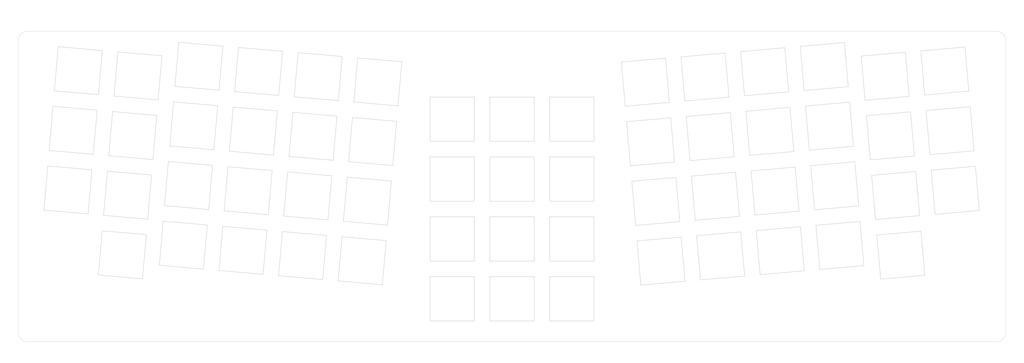
<source format=kicad_pcb>
(kicad_pcb (version 20171130) (host pcbnew "(5.1.12)-1")

  (general
    (thickness 1.6)
    (drawings 46)
    (tracks 0)
    (zones 0)
    (modules 74)
    (nets 1)
  )

  (page A3)
  (layers
    (0 F.Cu signal)
    (31 B.Cu signal)
    (32 B.Adhes user)
    (33 F.Adhes user)
    (34 B.Paste user)
    (35 F.Paste user)
    (36 B.SilkS user)
    (37 F.SilkS user)
    (38 B.Mask user)
    (39 F.Mask user)
    (40 Dwgs.User user)
    (41 Cmts.User user)
    (42 Eco1.User user)
    (43 Eco2.User user)
    (44 Edge.Cuts user)
    (45 Margin user)
    (46 B.CrtYd user)
    (47 F.CrtYd user)
    (48 B.Fab user)
    (49 F.Fab user)
  )

  (setup
    (last_trace_width 0.25)
    (user_trace_width 0.5)
    (user_trace_width 0.5)
    (trace_clearance 0.2)
    (zone_clearance 0.508)
    (zone_45_only no)
    (trace_min 0.2)
    (via_size 0.8)
    (via_drill 0.4)
    (via_min_size 0.4)
    (via_min_drill 0.3)
    (uvia_size 0.3)
    (uvia_drill 0.1)
    (uvias_allowed no)
    (uvia_min_size 0.2)
    (uvia_min_drill 0.1)
    (edge_width 0.1)
    (segment_width 0.2)
    (pcb_text_width 0.3)
    (pcb_text_size 1.5 1.5)
    (mod_edge_width 0.15)
    (mod_text_size 1 1)
    (mod_text_width 0.15)
    (pad_size 2.2 2.2)
    (pad_drill 2.2)
    (pad_to_mask_clearance 0)
    (aux_axis_origin 0 0)
    (visible_elements 7FFFFFFF)
    (pcbplotparams
      (layerselection 0x01000_7ffffffe)
      (usegerberextensions true)
      (usegerberattributes false)
      (usegerberadvancedattributes false)
      (creategerberjobfile false)
      (excludeedgelayer true)
      (linewidth 0.100000)
      (plotframeref false)
      (viasonmask false)
      (mode 1)
      (useauxorigin false)
      (hpglpennumber 1)
      (hpglpenspeed 20)
      (hpglpendiameter 15.000000)
      (psnegative false)
      (psa4output false)
      (plotreference true)
      (plotvalue true)
      (plotinvisibletext false)
      (padsonsilk false)
      (subtractmaskfromsilk false)
      (outputformat 4)
      (mirror false)
      (drillshape 0)
      (scaleselection 1)
      (outputdirectory "C:/Users/サリチル酸/Desktop/"))
  )

  (net 0 "")

  (net_class Default "これはデフォルトのネット クラスです。"
    (clearance 0.2)
    (trace_width 0.25)
    (via_dia 0.8)
    (via_drill 0.4)
    (uvia_dia 0.3)
    (uvia_drill 0.1)
  )

  (module kbd_SW_Hole:SW_Hole_1u (layer F.Cu) (tedit 60F58A59) (tstamp 60A299D0)
    (at 295.188559 88.489988 5)
    (path /5C6AB630)
    (fp_text reference SW55 (at 7 8.1 5) (layer F.SilkS) hide
      (effects (font (size 1 1) (thickness 0.15)))
    )
    (fp_text value SW_PUSH (at -7.4 -8.1 5) (layer F.Fab) hide
      (effects (font (size 1 1) (thickness 0.15)))
    )
    (fp_line (start 9.525 9.525) (end 9.525 -9.525) (layer F.Fab) (width 0.15))
    (fp_line (start -9.525 9.525) (end 9.525 9.525) (layer F.Fab) (width 0.15))
    (fp_line (start -9.525 -9.525) (end -9.525 9.525) (layer F.Fab) (width 0.15))
    (fp_line (start 9.525 -9.525) (end -9.525 -9.525) (layer F.Fab) (width 0.15))
    (fp_line (start -7.05 7.05) (end -7.05 -7.05) (layer Edge.Cuts) (width 0.15))
    (fp_line (start 7.05 7.05) (end -7.05 7.05) (layer Edge.Cuts) (width 0.15))
    (fp_line (start 7.05 -7.05) (end 7.05 7.05) (layer Edge.Cuts) (width 0.15))
    (fp_line (start -7.05 -7.05) (end 7.05 -7.05) (layer Edge.Cuts) (width 0.15))
  )

  (module kbd_SW_Hole:SW_Hole_1u (layer F.Cu) (tedit 60F58A59) (tstamp 60A299BA)
    (at 274.135654 66.428418 5)
    (path /5C6AB630)
    (fp_text reference SW50 (at 7 8.1 5) (layer F.SilkS) hide
      (effects (font (size 1 1) (thickness 0.15)))
    )
    (fp_text value SW_PUSH (at -7.4 -8.1 5) (layer F.Fab) hide
      (effects (font (size 1 1) (thickness 0.15)))
    )
    (fp_line (start 9.525 9.525) (end 9.525 -9.525) (layer F.Fab) (width 0.15))
    (fp_line (start -9.525 9.525) (end 9.525 9.525) (layer F.Fab) (width 0.15))
    (fp_line (start -9.525 -9.525) (end -9.525 9.525) (layer F.Fab) (width 0.15))
    (fp_line (start 9.525 -9.525) (end -9.525 -9.525) (layer F.Fab) (width 0.15))
    (fp_line (start -7.05 7.05) (end -7.05 -7.05) (layer Edge.Cuts) (width 0.15))
    (fp_line (start 7.05 7.05) (end -7.05 7.05) (layer Edge.Cuts) (width 0.15))
    (fp_line (start 7.05 -7.05) (end 7.05 7.05) (layer Edge.Cuts) (width 0.15))
    (fp_line (start -7.05 -7.05) (end 7.05 -7.05) (layer Edge.Cuts) (width 0.15))
  )

  (module kbd_SW_Hole:SW_Hole_1u (layer F.Cu) (tedit 60F58A59) (tstamp 60A299A4)
    (at 232.860002 31.794034 5)
    (path /5C6AB630)
    (fp_text reference SW40 (at 7 8.1 5) (layer F.SilkS) hide
      (effects (font (size 1 1) (thickness 0.15)))
    )
    (fp_text value SW_PUSH (at -7.4 -8.1 5) (layer F.Fab) hide
      (effects (font (size 1 1) (thickness 0.15)))
    )
    (fp_line (start 9.525 9.525) (end 9.525 -9.525) (layer F.Fab) (width 0.15))
    (fp_line (start -9.525 9.525) (end 9.525 9.525) (layer F.Fab) (width 0.15))
    (fp_line (start -9.525 -9.525) (end -9.525 9.525) (layer F.Fab) (width 0.15))
    (fp_line (start 9.525 -9.525) (end -9.525 -9.525) (layer F.Fab) (width 0.15))
    (fp_line (start -7.05 7.05) (end -7.05 -7.05) (layer Edge.Cuts) (width 0.15))
    (fp_line (start 7.05 7.05) (end -7.05 7.05) (layer Edge.Cuts) (width 0.15))
    (fp_line (start 7.05 -7.05) (end 7.05 7.05) (layer Edge.Cuts) (width 0.15))
    (fp_line (start -7.05 -7.05) (end 7.05 -7.05) (layer Edge.Cuts) (width 0.15))
  )

  (module kbd_SW_Hole:SW_Hole_1u (layer F.Cu) (tedit 60F58A59) (tstamp 5CB90C09)
    (at 152.4 64.29375)
    (path /5C6AB630)
    (fp_text reference SW25 (at 7 8.1) (layer F.SilkS) hide
      (effects (font (size 1 1) (thickness 0.15)))
    )
    (fp_text value SW_PUSH (at -7.4 -8.1) (layer F.Fab) hide
      (effects (font (size 1 1) (thickness 0.15)))
    )
    (fp_line (start 9.525 9.525) (end 9.525 -9.525) (layer F.Fab) (width 0.15))
    (fp_line (start -9.525 9.525) (end 9.525 9.525) (layer F.Fab) (width 0.15))
    (fp_line (start -9.525 -9.525) (end -9.525 9.525) (layer F.Fab) (width 0.15))
    (fp_line (start 9.525 -9.525) (end -9.525 -9.525) (layer F.Fab) (width 0.15))
    (fp_line (start -7.05 7.05) (end -7.05 -7.05) (layer Edge.Cuts) (width 0.15))
    (fp_line (start 7.05 7.05) (end -7.05 7.05) (layer Edge.Cuts) (width 0.15))
    (fp_line (start 7.05 -7.05) (end 7.05 7.05) (layer Edge.Cuts) (width 0.15))
    (fp_line (start -7.05 -7.05) (end 7.05 -7.05) (layer Edge.Cuts) (width 0.15))
  )

  (module kbd_SW_Hole:SW_Hole_1u (layer F.Cu) (tedit 60F58A59) (tstamp 5CB90BF3)
    (at 85.8098 86.965631 355)
    (path /5CAAE83E)
    (fp_text reference SW15 (at 7 8.1 175) (layer F.SilkS) hide
      (effects (font (size 1 1) (thickness 0.15)))
    )
    (fp_text value SW_PUSH (at -7.4 -8.1 175) (layer F.Fab) hide
      (effects (font (size 1 1) (thickness 0.15)))
    )
    (fp_line (start 9.525 9.525) (end 9.525 -9.525) (layer F.Fab) (width 0.15))
    (fp_line (start -9.525 9.525) (end 9.525 9.525) (layer F.Fab) (width 0.15))
    (fp_line (start -9.525 -9.525) (end -9.525 9.525) (layer F.Fab) (width 0.15))
    (fp_line (start 9.525 -9.525) (end -9.525 -9.525) (layer F.Fab) (width 0.15))
    (fp_line (start -7.05 7.05) (end -7.05 -7.05) (layer Edge.Cuts) (width 0.15))
    (fp_line (start 7.05 7.05) (end -7.05 7.05) (layer Edge.Cuts) (width 0.15))
    (fp_line (start 7.05 -7.05) (end 7.05 7.05) (layer Edge.Cuts) (width 0.15))
    (fp_line (start -7.05 -7.05) (end 7.05 -7.05) (layer Edge.Cuts) (width 0.15))
  )

  (module kbd_SW_Hole:SW_Hole_1u (layer F.Cu) (tedit 60F58A59) (tstamp 61E13C63)
    (at 52.420653 31.456847 355)
    (path /5CAAE847)
    (fp_text reference SW4 (at 7 8.1 175) (layer Edge.Cuts) hide
      (effects (font (size 1 1) (thickness 0.15)))
    )
    (fp_text value SW_PUSH (at -7.4 -8.1 175) (layer F.Fab) hide
      (effects (font (size 1 1) (thickness 0.15)))
    )
    (fp_line (start -7.05 -7.05) (end 7.05 -7.05) (layer Edge.Cuts) (width 0.15))
    (fp_line (start 7.05 -7.05) (end 7.05 7.05) (layer Edge.Cuts) (width 0.15))
    (fp_line (start 7.05 7.05) (end -7.05 7.05) (layer Edge.Cuts) (width 0.15))
    (fp_line (start -7.05 7.05) (end -7.05 -7.05) (layer Edge.Cuts) (width 0.15))
    (fp_line (start 9.525 -9.525) (end -9.525 -9.525) (layer F.Fab) (width 0.15))
    (fp_line (start -9.525 -9.525) (end -9.525 9.525) (layer F.Fab) (width 0.15))
    (fp_line (start -9.525 9.525) (end 9.525 9.525) (layer F.Fab) (width 0.15))
    (fp_line (start 9.525 9.525) (end 9.525 -9.525) (layer F.Fab) (width 0.15))
  )

  (module kbd_SW_Hole:SW_Hole_1u (layer F.Cu) (tedit 60F58A59) (tstamp 60524BCB)
    (at 50.760336 50.434356 355)
    (path /5CAAE83E)
    (fp_text reference SW5 (at 7 8.1 175) (layer F.SilkS) hide
      (effects (font (size 1 1) (thickness 0.15)))
    )
    (fp_text value SW_PUSH (at -7.4 -8.1 175) (layer F.Fab) hide
      (effects (font (size 1 1) (thickness 0.15)))
    )
    (fp_line (start 9.525 9.525) (end 9.525 -9.525) (layer F.Fab) (width 0.15))
    (fp_line (start -9.525 9.525) (end 9.525 9.525) (layer F.Fab) (width 0.15))
    (fp_line (start -9.525 -9.525) (end -9.525 9.525) (layer F.Fab) (width 0.15))
    (fp_line (start 9.525 -9.525) (end -9.525 -9.525) (layer F.Fab) (width 0.15))
    (fp_line (start -7.05 7.05) (end -7.05 -7.05) (layer Edge.Cuts) (width 0.15))
    (fp_line (start 7.05 7.05) (end -7.05 7.05) (layer Edge.Cuts) (width 0.15))
    (fp_line (start 7.05 -7.05) (end 7.05 7.05) (layer Edge.Cuts) (width 0.15))
    (fp_line (start -7.05 -7.05) (end 7.05 -7.05) (layer Edge.Cuts) (width 0.15))
  )

  (module kbd_SW_Hole:SW_Hole_1u (layer F.Cu) (tedit 60F58A59) (tstamp 5CF70F1B)
    (at 30.12251 67.751549 355)
    (path /5CAAE847)
    (fp_text reference SW3 (at 7 8.1 175) (layer Edge.Cuts) hide
      (effects (font (size 1 1) (thickness 0.15)))
    )
    (fp_text value SW_PUSH (at -7.4 -8.1 175) (layer F.Fab) hide
      (effects (font (size 1 1) (thickness 0.15)))
    )
    (fp_line (start 9.525 9.525) (end 9.525 -9.525) (layer F.Fab) (width 0.15))
    (fp_line (start -9.525 9.525) (end 9.525 9.525) (layer F.Fab) (width 0.15))
    (fp_line (start -9.525 -9.525) (end -9.525 9.525) (layer F.Fab) (width 0.15))
    (fp_line (start 9.525 -9.525) (end -9.525 -9.525) (layer F.Fab) (width 0.15))
    (fp_line (start -7.05 7.05) (end -7.05 -7.05) (layer Edge.Cuts) (width 0.15))
    (fp_line (start 7.05 7.05) (end -7.05 7.05) (layer Edge.Cuts) (width 0.15))
    (fp_line (start 7.05 -7.05) (end 7.05 7.05) (layer Edge.Cuts) (width 0.15))
    (fp_line (start -7.05 -7.05) (end 7.05 -7.05) (layer Edge.Cuts) (width 0.15))
  )

  (module kbd_SW_Hole:SW_Hole_1u (layer F.Cu) (tedit 60F58A59) (tstamp 60A28FB7)
    (at 31.782827 48.77404 355)
    (fp_text reference SW2 (at 7 8.1 175) (layer F.SilkS) hide
      (effects (font (size 1 1) (thickness 0.15)))
    )
    (fp_text value KEY_SWITCH (at -7.4 -8.1 175) (layer F.Fab) hide
      (effects (font (size 1 1) (thickness 0.15)))
    )
    (fp_line (start 9.525 9.525) (end 9.525 -9.525) (layer F.Fab) (width 0.15))
    (fp_line (start -9.525 9.525) (end 9.525 9.525) (layer F.Fab) (width 0.15))
    (fp_line (start -9.525 -9.525) (end -9.525 9.525) (layer F.Fab) (width 0.15))
    (fp_line (start 9.525 -9.525) (end -9.525 -9.525) (layer F.Fab) (width 0.15))
    (fp_line (start -7.05 7.05) (end -7.05 -7.05) (layer Edge.Cuts) (width 0.15))
    (fp_line (start 7.05 7.05) (end -7.05 7.05) (layer Edge.Cuts) (width 0.15))
    (fp_line (start 7.05 -7.05) (end 7.05 7.05) (layer Edge.Cuts) (width 0.15))
    (fp_line (start -7.05 -7.05) (end 7.05 -7.05) (layer Edge.Cuts) (width 0.15))
  )

  (module kbd_SW_Hole:SW_Hole_1u (layer F.Cu) (tedit 60F58A59) (tstamp 60A2971A)
    (at 312.505751 67.852162 5)
    (path /5C3DCE96)
    (fp_text reference SW58 (at 7 8.1 5) (layer F.SilkS) hide
      (effects (font (size 1 1) (thickness 0.15)))
    )
    (fp_text value SW_PUSH (at -7.4 -8.1 5) (layer F.Fab) hide
      (effects (font (size 1 1) (thickness 0.15)))
    )
    (fp_line (start -7.05 -7.05) (end 7.05 -7.05) (layer Edge.Cuts) (width 0.15))
    (fp_line (start 7.05 -7.05) (end 7.05 7.05) (layer Edge.Cuts) (width 0.15))
    (fp_line (start 7.05 7.05) (end -7.05 7.05) (layer Edge.Cuts) (width 0.15))
    (fp_line (start -7.05 7.05) (end -7.05 -7.05) (layer Edge.Cuts) (width 0.15))
    (fp_line (start 9.525 -9.525) (end -9.525 -9.525) (layer F.Fab) (width 0.15))
    (fp_line (start -9.525 -9.525) (end -9.525 9.525) (layer F.Fab) (width 0.15))
    (fp_line (start -9.525 9.525) (end 9.525 9.525) (layer F.Fab) (width 0.15))
    (fp_line (start 9.525 9.525) (end 9.525 -9.525) (layer F.Fab) (width 0.15))
  )

  (module kbd_SW_Hole:SW_Hole_1u (layer F.Cu) (tedit 60F58A59) (tstamp 60A2970F)
    (at 275.795971 85.405927 5)
    (path /5C3DCE96)
    (fp_text reference SW51 (at 7 8.1 5) (layer F.SilkS) hide
      (effects (font (size 1 1) (thickness 0.15)))
    )
    (fp_text value SW_PUSH (at -7.4 -8.1 5) (layer F.Fab) hide
      (effects (font (size 1 1) (thickness 0.15)))
    )
    (fp_line (start -7.05 -7.05) (end 7.05 -7.05) (layer Edge.Cuts) (width 0.15))
    (fp_line (start 7.05 -7.05) (end 7.05 7.05) (layer Edge.Cuts) (width 0.15))
    (fp_line (start 7.05 7.05) (end -7.05 7.05) (layer Edge.Cuts) (width 0.15))
    (fp_line (start -7.05 7.05) (end -7.05 -7.05) (layer Edge.Cuts) (width 0.15))
    (fp_line (start 9.525 -9.525) (end -9.525 -9.525) (layer F.Fab) (width 0.15))
    (fp_line (start -9.525 -9.525) (end -9.525 9.525) (layer F.Fab) (width 0.15))
    (fp_line (start -9.525 9.525) (end 9.525 9.525) (layer F.Fab) (width 0.15))
    (fp_line (start 9.525 9.525) (end 9.525 -9.525) (layer F.Fab) (width 0.15))
  )

  (module kbd_SW_Hole:SW_Hole_1u (layer F.Cu) (tedit 60F58A59) (tstamp 60A296E3)
    (at 291.867925 50.53497 5)
    (path /5C3DCE96)
    (fp_text reference SW53 (at 7 8.1 5) (layer F.SilkS) hide
      (effects (font (size 1 1) (thickness 0.15)))
    )
    (fp_text value SW_PUSH (at -7.4 -8.1 5) (layer F.Fab) hide
      (effects (font (size 1 1) (thickness 0.15)))
    )
    (fp_line (start -7.05 -7.05) (end 7.05 -7.05) (layer Edge.Cuts) (width 0.15))
    (fp_line (start 7.05 -7.05) (end 7.05 7.05) (layer Edge.Cuts) (width 0.15))
    (fp_line (start 7.05 7.05) (end -7.05 7.05) (layer Edge.Cuts) (width 0.15))
    (fp_line (start -7.05 7.05) (end -7.05 -7.05) (layer Edge.Cuts) (width 0.15))
    (fp_line (start 9.525 -9.525) (end -9.525 -9.525) (layer F.Fab) (width 0.15))
    (fp_line (start -9.525 -9.525) (end -9.525 9.525) (layer F.Fab) (width 0.15))
    (fp_line (start -9.525 9.525) (end 9.525 9.525) (layer F.Fab) (width 0.15))
    (fp_line (start 9.525 9.525) (end 9.525 -9.525) (layer F.Fab) (width 0.15))
  )

  (module kbd_SW_Hole:SW_Hole_1u (layer F.Cu) (tedit 60F58A59) (tstamp 60A296C2)
    (at 309.185118 29.897144 5)
    (path /5C3DCE96)
    (fp_text reference SW56 (at 7 8.1 5) (layer F.SilkS) hide
      (effects (font (size 1 1) (thickness 0.15)))
    )
    (fp_text value SW_PUSH (at -7.4 -8.1 5) (layer F.Fab) hide
      (effects (font (size 1 1) (thickness 0.15)))
    )
    (fp_line (start -7.05 -7.05) (end 7.05 -7.05) (layer Edge.Cuts) (width 0.15))
    (fp_line (start 7.05 -7.05) (end 7.05 7.05) (layer Edge.Cuts) (width 0.15))
    (fp_line (start 7.05 7.05) (end -7.05 7.05) (layer Edge.Cuts) (width 0.15))
    (fp_line (start -7.05 7.05) (end -7.05 -7.05) (layer Edge.Cuts) (width 0.15))
    (fp_line (start 9.525 -9.525) (end -9.525 -9.525) (layer F.Fab) (width 0.15))
    (fp_line (start -9.525 -9.525) (end -9.525 9.525) (layer F.Fab) (width 0.15))
    (fp_line (start -9.525 9.525) (end 9.525 9.525) (layer F.Fab) (width 0.15))
    (fp_line (start 9.525 9.525) (end 9.525 -9.525) (layer F.Fab) (width 0.15))
  )

  (module kbd_SW_Hole:SW_Hole_1u (layer F.Cu) (tedit 60F58A59) (tstamp 60A29612)
    (at 270.81502 28.4734 5)
    (path /5C3DCE96)
    (fp_text reference SW48 (at 7 8.1 5) (layer F.SilkS) hide
      (effects (font (size 1 1) (thickness 0.15)))
    )
    (fp_text value SW_PUSH (at -7.4 -8.1 5) (layer F.Fab) hide
      (effects (font (size 1 1) (thickness 0.15)))
    )
    (fp_line (start -7.05 -7.05) (end 7.05 -7.05) (layer Edge.Cuts) (width 0.15))
    (fp_line (start 7.05 -7.05) (end 7.05 7.05) (layer Edge.Cuts) (width 0.15))
    (fp_line (start 7.05 7.05) (end -7.05 7.05) (layer Edge.Cuts) (width 0.15))
    (fp_line (start -7.05 7.05) (end -7.05 -7.05) (layer Edge.Cuts) (width 0.15))
    (fp_line (start 9.525 -9.525) (end -9.525 -9.525) (layer F.Fab) (width 0.15))
    (fp_line (start -9.525 -9.525) (end -9.525 9.525) (layer F.Fab) (width 0.15))
    (fp_line (start -9.525 9.525) (end 9.525 9.525) (layer F.Fab) (width 0.15))
    (fp_line (start 9.525 9.525) (end 9.525 -9.525) (layer F.Fab) (width 0.15))
  )

  (module kbd_SW_Hole:SW_Hole_1u (layer F.Cu) (tedit 60F58A59) (tstamp 60A295F1)
    (at 213.882493 33.454351 5)
    (path /5C3DCE96)
    (fp_text reference SW36 (at 7 8.1 5) (layer F.SilkS) hide
      (effects (font (size 1 1) (thickness 0.15)))
    )
    (fp_text value SW_PUSH (at -7.4 -8.1 5) (layer F.Fab) hide
      (effects (font (size 1 1) (thickness 0.15)))
    )
    (fp_line (start -7.05 -7.05) (end 7.05 -7.05) (layer Edge.Cuts) (width 0.15))
    (fp_line (start 7.05 -7.05) (end 7.05 7.05) (layer Edge.Cuts) (width 0.15))
    (fp_line (start 7.05 7.05) (end -7.05 7.05) (layer Edge.Cuts) (width 0.15))
    (fp_line (start -7.05 7.05) (end -7.05 -7.05) (layer Edge.Cuts) (width 0.15))
    (fp_line (start 9.525 -9.525) (end -9.525 -9.525) (layer F.Fab) (width 0.15))
    (fp_line (start -9.525 -9.525) (end -9.525 9.525) (layer F.Fab) (width 0.15))
    (fp_line (start -9.525 9.525) (end 9.525 9.525) (layer F.Fab) (width 0.15))
    (fp_line (start 9.525 9.525) (end 9.525 -9.525) (layer F.Fab) (width 0.15))
  )

  (module kbd_SW_Hole:SW_Hole_1u (layer F.Cu) (tedit 60F58A59) (tstamp 60A295DB)
    (at 217.203127 71.409369 5)
    (path /5C3DCE96)
    (fp_text reference SW38 (at 7 8.1 5) (layer F.SilkS) hide
      (effects (font (size 1 1) (thickness 0.15)))
    )
    (fp_text value SW_PUSH (at -7.4 -8.1 5) (layer F.Fab) hide
      (effects (font (size 1 1) (thickness 0.15)))
    )
    (fp_line (start -7.05 -7.05) (end 7.05 -7.05) (layer Edge.Cuts) (width 0.15))
    (fp_line (start 7.05 -7.05) (end 7.05 7.05) (layer Edge.Cuts) (width 0.15))
    (fp_line (start 7.05 7.05) (end -7.05 7.05) (layer Edge.Cuts) (width 0.15))
    (fp_line (start -7.05 7.05) (end -7.05 -7.05) (layer Edge.Cuts) (width 0.15))
    (fp_line (start 9.525 -9.525) (end -9.525 -9.525) (layer F.Fab) (width 0.15))
    (fp_line (start -9.525 -9.525) (end -9.525 9.525) (layer F.Fab) (width 0.15))
    (fp_line (start -9.525 9.525) (end 9.525 9.525) (layer F.Fab) (width 0.15))
    (fp_line (start 9.525 9.525) (end 9.525 -9.525) (layer F.Fab) (width 0.15))
  )

  (module kbd_SW_Hole:SW_Hole_1u (layer F.Cu) (tedit 60F58A59) (tstamp 60A295D0)
    (at 234.520319 50.771543 5)
    (path /5C3DCE96)
    (fp_text reference SW41 (at 7 8.1 5) (layer F.SilkS) hide
      (effects (font (size 1 1) (thickness 0.15)))
    )
    (fp_text value SW_PUSH (at -7.4 -8.1 5) (layer F.Fab) hide
      (effects (font (size 1 1) (thickness 0.15)))
    )
    (fp_line (start -7.05 -7.05) (end 7.05 -7.05) (layer Edge.Cuts) (width 0.15))
    (fp_line (start 7.05 -7.05) (end 7.05 7.05) (layer Edge.Cuts) (width 0.15))
    (fp_line (start 7.05 7.05) (end -7.05 7.05) (layer Edge.Cuts) (width 0.15))
    (fp_line (start -7.05 7.05) (end -7.05 -7.05) (layer Edge.Cuts) (width 0.15))
    (fp_line (start 9.525 -9.525) (end -9.525 -9.525) (layer F.Fab) (width 0.15))
    (fp_line (start -9.525 -9.525) (end -9.525 9.525) (layer F.Fab) (width 0.15))
    (fp_line (start -9.525 9.525) (end 9.525 9.525) (layer F.Fab) (width 0.15))
    (fp_line (start 9.525 9.525) (end 9.525 -9.525) (layer F.Fab) (width 0.15))
  )

  (module kbd_SW_Hole:SW_Hole_1u (layer F.Cu) (tedit 60F58A59) (tstamp 60A295BA)
    (at 255.158145 68.088735 5)
    (path /5C3DCE96)
    (fp_text reference SW46 (at 7 8.1 5) (layer F.SilkS) hide
      (effects (font (size 1 1) (thickness 0.15)))
    )
    (fp_text value SW_PUSH (at -7.4 -8.1 5) (layer F.Fab) hide
      (effects (font (size 1 1) (thickness 0.15)))
    )
    (fp_line (start -7.05 -7.05) (end 7.05 -7.05) (layer Edge.Cuts) (width 0.15))
    (fp_line (start 7.05 -7.05) (end 7.05 7.05) (layer Edge.Cuts) (width 0.15))
    (fp_line (start 7.05 7.05) (end -7.05 7.05) (layer Edge.Cuts) (width 0.15))
    (fp_line (start -7.05 7.05) (end -7.05 -7.05) (layer Edge.Cuts) (width 0.15))
    (fp_line (start 9.525 -9.525) (end -9.525 -9.525) (layer F.Fab) (width 0.15))
    (fp_line (start -9.525 -9.525) (end -9.525 9.525) (layer F.Fab) (width 0.15))
    (fp_line (start -9.525 9.525) (end 9.525 9.525) (layer F.Fab) (width 0.15))
    (fp_line (start 9.525 9.525) (end 9.525 -9.525) (layer F.Fab) (width 0.15))
  )

  (module kbd_SW_Hole:SW_Hole_1u (layer F.Cu) (tedit 60F58A59) (tstamp 60A295A4)
    (at 237.840953 88.726561 5)
    (path /5C3DCE96)
    (fp_text reference SW43 (at 7 8.1 5) (layer F.SilkS) hide
      (effects (font (size 1 1) (thickness 0.15)))
    )
    (fp_text value SW_PUSH (at -7.4 -8.1 5) (layer F.Fab) hide
      (effects (font (size 1 1) (thickness 0.15)))
    )
    (fp_line (start -7.05 -7.05) (end 7.05 -7.05) (layer Edge.Cuts) (width 0.15))
    (fp_line (start 7.05 -7.05) (end 7.05 7.05) (layer Edge.Cuts) (width 0.15))
    (fp_line (start 7.05 7.05) (end -7.05 7.05) (layer Edge.Cuts) (width 0.15))
    (fp_line (start -7.05 7.05) (end -7.05 -7.05) (layer Edge.Cuts) (width 0.15))
    (fp_line (start 9.525 -9.525) (end -9.525 -9.525) (layer F.Fab) (width 0.15))
    (fp_line (start -9.525 -9.525) (end -9.525 9.525) (layer F.Fab) (width 0.15))
    (fp_line (start -9.525 9.525) (end 9.525 9.525) (layer F.Fab) (width 0.15))
    (fp_line (start 9.525 9.525) (end 9.525 -9.525) (layer F.Fab) (width 0.15))
  )

  (module kbd_SW_Hole:SW_Hole_1u (layer F.Cu) (tedit 60F58A59) (tstamp 60A29515)
    (at 171.45 102.39375)
    (path /5C3DCE96)
    (fp_text reference SW31 (at 7 8.1) (layer F.SilkS) hide
      (effects (font (size 1 1) (thickness 0.15)))
    )
    (fp_text value SW_PUSH (at -7.4 -8.1) (layer F.Fab) hide
      (effects (font (size 1 1) (thickness 0.15)))
    )
    (fp_line (start -7.05 -7.05) (end 7.05 -7.05) (layer Edge.Cuts) (width 0.15))
    (fp_line (start 7.05 -7.05) (end 7.05 7.05) (layer Edge.Cuts) (width 0.15))
    (fp_line (start 7.05 7.05) (end -7.05 7.05) (layer Edge.Cuts) (width 0.15))
    (fp_line (start -7.05 7.05) (end -7.05 -7.05) (layer Edge.Cuts) (width 0.15))
    (fp_line (start 9.525 -9.525) (end -9.525 -9.525) (layer F.Fab) (width 0.15))
    (fp_line (start -9.525 -9.525) (end -9.525 9.525) (layer F.Fab) (width 0.15))
    (fp_line (start -9.525 9.525) (end 9.525 9.525) (layer F.Fab) (width 0.15))
    (fp_line (start 9.525 9.525) (end 9.525 -9.525) (layer F.Fab) (width 0.15))
  )

  (module kbd_SW_Hole:SW_Hole_1u (layer F.Cu) (tedit 60F58A59) (tstamp 60A2950A)
    (at 171.45 45.24375)
    (path /5C3DCE96)
    (fp_text reference SW28 (at 7 8.1) (layer F.SilkS) hide
      (effects (font (size 1 1) (thickness 0.15)))
    )
    (fp_text value SW_PUSH (at -7.4 -8.1) (layer F.Fab) hide
      (effects (font (size 1 1) (thickness 0.15)))
    )
    (fp_line (start -7.05 -7.05) (end 7.05 -7.05) (layer Edge.Cuts) (width 0.15))
    (fp_line (start 7.05 -7.05) (end 7.05 7.05) (layer Edge.Cuts) (width 0.15))
    (fp_line (start 7.05 7.05) (end -7.05 7.05) (layer Edge.Cuts) (width 0.15))
    (fp_line (start -7.05 7.05) (end -7.05 -7.05) (layer Edge.Cuts) (width 0.15))
    (fp_line (start 9.525 -9.525) (end -9.525 -9.525) (layer F.Fab) (width 0.15))
    (fp_line (start -9.525 -9.525) (end -9.525 9.525) (layer F.Fab) (width 0.15))
    (fp_line (start -9.525 9.525) (end 9.525 9.525) (layer F.Fab) (width 0.15))
    (fp_line (start 9.525 9.525) (end 9.525 -9.525) (layer F.Fab) (width 0.15))
  )

  (module kbd_SW_Hole:SW_Hole_1u (layer F.Cu) (tedit 60F58A59) (tstamp 60A294F4)
    (at 152.4 83.34375)
    (path /5C3DCE96)
    (fp_text reference SW26 (at 7 8.1) (layer F.SilkS) hide
      (effects (font (size 1 1) (thickness 0.15)))
    )
    (fp_text value SW_PUSH (at -7.4 -8.1) (layer F.Fab) hide
      (effects (font (size 1 1) (thickness 0.15)))
    )
    (fp_line (start -7.05 -7.05) (end 7.05 -7.05) (layer Edge.Cuts) (width 0.15))
    (fp_line (start 7.05 -7.05) (end 7.05 7.05) (layer Edge.Cuts) (width 0.15))
    (fp_line (start 7.05 7.05) (end -7.05 7.05) (layer Edge.Cuts) (width 0.15))
    (fp_line (start -7.05 7.05) (end -7.05 -7.05) (layer Edge.Cuts) (width 0.15))
    (fp_line (start 9.525 -9.525) (end -9.525 -9.525) (layer F.Fab) (width 0.15))
    (fp_line (start -9.525 -9.525) (end -9.525 9.525) (layer F.Fab) (width 0.15))
    (fp_line (start -9.525 9.525) (end 9.525 9.525) (layer F.Fab) (width 0.15))
    (fp_line (start 9.525 9.525) (end 9.525 -9.525) (layer F.Fab) (width 0.15))
  )

  (module kbd_SW_Hole:SW_Hole_1u (layer F.Cu) (tedit 60F58A59) (tstamp 60A294E9)
    (at 190.5 64.29375)
    (path /5C3DCE96)
    (fp_text reference SW33 (at 7 8.1) (layer F.SilkS) hide
      (effects (font (size 1 1) (thickness 0.15)))
    )
    (fp_text value SW_PUSH (at -7.4 -8.1) (layer F.Fab) hide
      (effects (font (size 1 1) (thickness 0.15)))
    )
    (fp_line (start -7.05 -7.05) (end 7.05 -7.05) (layer Edge.Cuts) (width 0.15))
    (fp_line (start 7.05 -7.05) (end 7.05 7.05) (layer Edge.Cuts) (width 0.15))
    (fp_line (start 7.05 7.05) (end -7.05 7.05) (layer Edge.Cuts) (width 0.15))
    (fp_line (start -7.05 7.05) (end -7.05 -7.05) (layer Edge.Cuts) (width 0.15))
    (fp_line (start 9.525 -9.525) (end -9.525 -9.525) (layer F.Fab) (width 0.15))
    (fp_line (start -9.525 -9.525) (end -9.525 9.525) (layer F.Fab) (width 0.15))
    (fp_line (start -9.525 9.525) (end 9.525 9.525) (layer F.Fab) (width 0.15))
    (fp_line (start 9.525 9.525) (end 9.525 -9.525) (layer F.Fab) (width 0.15))
  )

  (module kbd_SW_Hole:SW_Hole_1u (layer F.Cu) (tedit 60F58A59) (tstamp 60A294BD)
    (at 123.764818 90.286265 355)
    (path /5C3DCE96)
    (fp_text reference SW23 (at 7 8.1 175) (layer F.SilkS) hide
      (effects (font (size 1 1) (thickness 0.15)))
    )
    (fp_text value SW_PUSH (at -7.4 -8.1 175) (layer F.Fab) hide
      (effects (font (size 1 1) (thickness 0.15)))
    )
    (fp_line (start -7.05 -7.05) (end 7.05 -7.05) (layer Edge.Cuts) (width 0.15))
    (fp_line (start 7.05 -7.05) (end 7.05 7.05) (layer Edge.Cuts) (width 0.15))
    (fp_line (start 7.05 7.05) (end -7.05 7.05) (layer Edge.Cuts) (width 0.15))
    (fp_line (start -7.05 7.05) (end -7.05 -7.05) (layer Edge.Cuts) (width 0.15))
    (fp_line (start 9.525 -9.525) (end -9.525 -9.525) (layer F.Fab) (width 0.15))
    (fp_line (start -9.525 -9.525) (end -9.525 9.525) (layer F.Fab) (width 0.15))
    (fp_line (start -9.525 9.525) (end 9.525 9.525) (layer F.Fab) (width 0.15))
    (fp_line (start 9.525 9.525) (end 9.525 -9.525) (layer F.Fab) (width 0.15))
  )

  (module kbd_SW_Hole:SW_Hole_1u (layer F.Cu) (tedit 60F58A59) (tstamp 60A294A7)
    (at 127.085452 52.331247 355)
    (path /5C3DCE96)
    (fp_text reference SW21 (at 7 8.1 175) (layer F.SilkS) hide
      (effects (font (size 1 1) (thickness 0.15)))
    )
    (fp_text value SW_PUSH (at -7.4 -8.1 175) (layer F.Fab) hide
      (effects (font (size 1 1) (thickness 0.15)))
    )
    (fp_line (start -7.05 -7.05) (end 7.05 -7.05) (layer Edge.Cuts) (width 0.15))
    (fp_line (start 7.05 -7.05) (end 7.05 7.05) (layer Edge.Cuts) (width 0.15))
    (fp_line (start 7.05 7.05) (end -7.05 7.05) (layer Edge.Cuts) (width 0.15))
    (fp_line (start -7.05 7.05) (end -7.05 -7.05) (layer Edge.Cuts) (width 0.15))
    (fp_line (start 9.525 -9.525) (end -9.525 -9.525) (layer F.Fab) (width 0.15))
    (fp_line (start -9.525 -9.525) (end -9.525 9.525) (layer F.Fab) (width 0.15))
    (fp_line (start -9.525 9.525) (end 9.525 9.525) (layer F.Fab) (width 0.15))
    (fp_line (start 9.525 9.525) (end 9.525 -9.525) (layer F.Fab) (width 0.15))
  )

  (module kbd_SW_Hole:SW_Hole_1u (layer F.Cu) (tedit 60F58A59) (tstamp 60A2938E)
    (at 106.447626 69.648439 355)
    (path /5C3DCE96)
    (fp_text reference SW18 (at 7 8.1 175) (layer F.SilkS) hide
      (effects (font (size 1 1) (thickness 0.15)))
    )
    (fp_text value SW_PUSH (at -7.4 -8.1 175) (layer F.Fab) hide
      (effects (font (size 1 1) (thickness 0.15)))
    )
    (fp_line (start -7.05 -7.05) (end 7.05 -7.05) (layer Edge.Cuts) (width 0.15))
    (fp_line (start 7.05 -7.05) (end 7.05 7.05) (layer Edge.Cuts) (width 0.15))
    (fp_line (start 7.05 7.05) (end -7.05 7.05) (layer Edge.Cuts) (width 0.15))
    (fp_line (start -7.05 7.05) (end -7.05 -7.05) (layer Edge.Cuts) (width 0.15))
    (fp_line (start 9.525 -9.525) (end -9.525 -9.525) (layer F.Fab) (width 0.15))
    (fp_line (start -9.525 -9.525) (end -9.525 9.525) (layer F.Fab) (width 0.15))
    (fp_line (start -9.525 9.525) (end 9.525 9.525) (layer F.Fab) (width 0.15))
    (fp_line (start 9.525 9.525) (end 9.525 -9.525) (layer F.Fab) (width 0.15))
  )

  (module kbd_SW_Hole:SW_Hole_1u (layer F.Cu) (tedit 60F58A59) (tstamp 60A29383)
    (at 109.76826 31.693421 355)
    (path /5C3DCE96)
    (fp_text reference SW16 (at 7 8.1 175) (layer F.SilkS) hide
      (effects (font (size 1 1) (thickness 0.15)))
    )
    (fp_text value SW_PUSH (at -7.4 -8.1 175) (layer F.Fab) hide
      (effects (font (size 1 1) (thickness 0.15)))
    )
    (fp_line (start -7.05 -7.05) (end 7.05 -7.05) (layer Edge.Cuts) (width 0.15))
    (fp_line (start 7.05 -7.05) (end 7.05 7.05) (layer Edge.Cuts) (width 0.15))
    (fp_line (start 7.05 7.05) (end -7.05 7.05) (layer Edge.Cuts) (width 0.15))
    (fp_line (start -7.05 7.05) (end -7.05 -7.05) (layer Edge.Cuts) (width 0.15))
    (fp_line (start 9.525 -9.525) (end -9.525 -9.525) (layer F.Fab) (width 0.15))
    (fp_line (start -9.525 -9.525) (end -9.525 9.525) (layer F.Fab) (width 0.15))
    (fp_line (start -9.525 9.525) (end 9.525 9.525) (layer F.Fab) (width 0.15))
    (fp_line (start 9.525 9.525) (end 9.525 -9.525) (layer F.Fab) (width 0.15))
  )

  (module kbd_SW_Hole:SW_Hole_1u (layer F.Cu) (tedit 60F58A59) (tstamp 60A2932B)
    (at 89.130434 49.010613 355)
    (path /5C3DCE96)
    (fp_text reference SW13 (at 7 8.1 175) (layer F.SilkS) hide
      (effects (font (size 1 1) (thickness 0.15)))
    )
    (fp_text value SW_PUSH (at -7.4 -8.1 175) (layer F.Fab) hide
      (effects (font (size 1 1) (thickness 0.15)))
    )
    (fp_line (start -7.05 -7.05) (end 7.05 -7.05) (layer Edge.Cuts) (width 0.15))
    (fp_line (start 7.05 -7.05) (end 7.05 7.05) (layer Edge.Cuts) (width 0.15))
    (fp_line (start 7.05 7.05) (end -7.05 7.05) (layer Edge.Cuts) (width 0.15))
    (fp_line (start -7.05 7.05) (end -7.05 -7.05) (layer Edge.Cuts) (width 0.15))
    (fp_line (start 9.525 -9.525) (end -9.525 -9.525) (layer F.Fab) (width 0.15))
    (fp_line (start -9.525 -9.525) (end -9.525 9.525) (layer F.Fab) (width 0.15))
    (fp_line (start -9.525 9.525) (end 9.525 9.525) (layer F.Fab) (width 0.15))
    (fp_line (start 9.525 9.525) (end 9.525 -9.525) (layer F.Fab) (width 0.15))
  )

  (module kbd_SW_Hole:SW_Hole_1u (layer F.Cu) (tedit 60F58A59) (tstamp 60A29320)
    (at 66.832291 85.305314 355)
    (path /5C3DCE96)
    (fp_text reference SW11 (at 7 8.1 175) (layer F.SilkS) hide
      (effects (font (size 1 1) (thickness 0.15)))
    )
    (fp_text value SW_PUSH (at -7.4 -8.1 175) (layer F.Fab) hide
      (effects (font (size 1 1) (thickness 0.15)))
    )
    (fp_line (start -7.05 -7.05) (end 7.05 -7.05) (layer Edge.Cuts) (width 0.15))
    (fp_line (start 7.05 -7.05) (end 7.05 7.05) (layer Edge.Cuts) (width 0.15))
    (fp_line (start 7.05 7.05) (end -7.05 7.05) (layer Edge.Cuts) (width 0.15))
    (fp_line (start -7.05 7.05) (end -7.05 -7.05) (layer Edge.Cuts) (width 0.15))
    (fp_line (start 9.525 -9.525) (end -9.525 -9.525) (layer F.Fab) (width 0.15))
    (fp_line (start -9.525 -9.525) (end -9.525 9.525) (layer F.Fab) (width 0.15))
    (fp_line (start -9.525 9.525) (end 9.525 9.525) (layer F.Fab) (width 0.15))
    (fp_line (start 9.525 9.525) (end 9.525 -9.525) (layer F.Fab) (width 0.15))
  )

  (module kbd_SW_Hole:SW_Hole_1u (layer F.Cu) (tedit 60F58A59) (tstamp 60A292AB)
    (at 71.813242 28.372787 355)
    (path /5C3DCE96)
    (fp_text reference SW8 (at 7 8.1 175) (layer F.SilkS) hide
      (effects (font (size 1 1) (thickness 0.15)))
    )
    (fp_text value SW_PUSH (at -7.4 -8.1 175) (layer F.Fab) hide
      (effects (font (size 1 1) (thickness 0.15)))
    )
    (fp_line (start -7.05 -7.05) (end 7.05 -7.05) (layer Edge.Cuts) (width 0.15))
    (fp_line (start 7.05 -7.05) (end 7.05 7.05) (layer Edge.Cuts) (width 0.15))
    (fp_line (start 7.05 7.05) (end -7.05 7.05) (layer Edge.Cuts) (width 0.15))
    (fp_line (start -7.05 7.05) (end -7.05 -7.05) (layer Edge.Cuts) (width 0.15))
    (fp_line (start 9.525 -9.525) (end -9.525 -9.525) (layer F.Fab) (width 0.15))
    (fp_line (start -9.525 -9.525) (end -9.525 9.525) (layer F.Fab) (width 0.15))
    (fp_line (start -9.525 9.525) (end 9.525 9.525) (layer F.Fab) (width 0.15))
    (fp_line (start 9.525 9.525) (end 9.525 -9.525) (layer F.Fab) (width 0.15))
  )

  (module kbd_SW_Hole:SW_Hole_1u (layer F.Cu) (tedit 60F58A59) (tstamp 608704FB)
    (at 33.443144 29.796531 355)
    (path /5C3DCE96)
    (fp_text reference SW1 (at 7 8.1 175) (layer F.SilkS) hide
      (effects (font (size 1 1) (thickness 0.15)))
    )
    (fp_text value SW_PUSH (at -7.4 -8.1 175) (layer F.Fab) hide
      (effects (font (size 1 1) (thickness 0.15)))
    )
    (fp_line (start -7.05 -7.05) (end 7.05 -7.05) (layer Edge.Cuts) (width 0.15))
    (fp_line (start 7.05 -7.05) (end 7.05 7.05) (layer Edge.Cuts) (width 0.15))
    (fp_line (start 7.05 7.05) (end -7.05 7.05) (layer Edge.Cuts) (width 0.15))
    (fp_line (start -7.05 7.05) (end -7.05 -7.05) (layer Edge.Cuts) (width 0.15))
    (fp_line (start 9.525 -9.525) (end -9.525 -9.525) (layer F.Fab) (width 0.15))
    (fp_line (start -9.525 -9.525) (end -9.525 9.525) (layer F.Fab) (width 0.15))
    (fp_line (start -9.525 9.525) (end 9.525 9.525) (layer F.Fab) (width 0.15))
    (fp_line (start 9.525 9.525) (end 9.525 -9.525) (layer F.Fab) (width 0.15))
  )

  (module kbd_SW_Hole:SW_Hole_1u (layer F.Cu) (tedit 60F58A59) (tstamp 5CB90C14)
    (at 49.100019 69.411865 355)
    (path /5C3DCE96)
    (fp_text reference SW6 (at 7 8.1 175) (layer F.SilkS) hide
      (effects (font (size 1 1) (thickness 0.15)))
    )
    (fp_text value SW_PUSH (at -7.4 -8.1 175) (layer F.Fab) hide
      (effects (font (size 1 1) (thickness 0.15)))
    )
    (fp_line (start -7.05 -7.05) (end 7.05 -7.05) (layer Edge.Cuts) (width 0.15))
    (fp_line (start 7.05 -7.05) (end 7.05 7.05) (layer Edge.Cuts) (width 0.15))
    (fp_line (start 7.05 7.05) (end -7.05 7.05) (layer Edge.Cuts) (width 0.15))
    (fp_line (start -7.05 7.05) (end -7.05 -7.05) (layer Edge.Cuts) (width 0.15))
    (fp_line (start 9.525 -9.525) (end -9.525 -9.525) (layer F.Fab) (width 0.15))
    (fp_line (start -9.525 -9.525) (end -9.525 9.525) (layer F.Fab) (width 0.15))
    (fp_line (start -9.525 9.525) (end 9.525 9.525) (layer F.Fab) (width 0.15))
    (fp_line (start 9.525 9.525) (end 9.525 -9.525) (layer F.Fab) (width 0.15))
  )

  (module kbd_SW_Hole:SW_Hole_1u (layer F.Cu) (tedit 60F58A59) (tstamp 5CB90BD2)
    (at 68.492608 66.327805 355)
    (path /5BF16F8B)
    (fp_text reference SW10 (at 7 8.1 175) (layer F.SilkS) hide
      (effects (font (size 1 1) (thickness 0.15)))
    )
    (fp_text value SW_PUSH (at -7.4 -8.1 175) (layer F.Fab) hide
      (effects (font (size 1 1) (thickness 0.15)))
    )
    (fp_line (start -7.05 -7.05) (end 7.05 -7.05) (layer Edge.Cuts) (width 0.15))
    (fp_line (start 7.05 -7.05) (end 7.05 7.05) (layer Edge.Cuts) (width 0.15))
    (fp_line (start 7.05 7.05) (end -7.05 7.05) (layer Edge.Cuts) (width 0.15))
    (fp_line (start -7.05 7.05) (end -7.05 -7.05) (layer Edge.Cuts) (width 0.15))
    (fp_line (start 9.525 -9.525) (end -9.525 -9.525) (layer F.Fab) (width 0.15))
    (fp_line (start -9.525 -9.525) (end -9.525 9.525) (layer F.Fab) (width 0.15))
    (fp_line (start -9.525 9.525) (end 9.525 9.525) (layer F.Fab) (width 0.15))
    (fp_line (start 9.525 9.525) (end 9.525 -9.525) (layer F.Fab) (width 0.15))
  )

  (module kbd_SW_Hole:SW_Hole_1u (layer F.Cu) (tedit 60F58A59) (tstamp 60A299F2)
    (at 253.497828 49.111226 5)
    (path /5C3DCEFA)
    (fp_text reference SW45 (at 7 8.1 5) (layer F.SilkS) hide
      (effects (font (size 1 1) (thickness 0.15)))
    )
    (fp_text value SW_PUSH (at -7.4 -8.1 5) (layer F.Fab) hide
      (effects (font (size 1 1) (thickness 0.15)))
    )
    (fp_line (start -7.05 -7.05) (end 7.05 -7.05) (layer Edge.Cuts) (width 0.15))
    (fp_line (start 7.05 -7.05) (end 7.05 7.05) (layer Edge.Cuts) (width 0.15))
    (fp_line (start 7.05 7.05) (end -7.05 7.05) (layer Edge.Cuts) (width 0.15))
    (fp_line (start -7.05 7.05) (end -7.05 -7.05) (layer Edge.Cuts) (width 0.15))
    (fp_line (start 9.525 -9.525) (end -9.525 -9.525) (layer F.Fab) (width 0.15))
    (fp_line (start -9.525 -9.525) (end -9.525 9.525) (layer F.Fab) (width 0.15))
    (fp_line (start -9.525 9.525) (end 9.525 9.525) (layer F.Fab) (width 0.15))
    (fp_line (start 9.525 9.525) (end 9.525 -9.525) (layer F.Fab) (width 0.15))
  )

  (module kbd_SW_Hole:SW_Hole_1u (layer F.Cu) (tedit 60F58A59) (tstamp 60A29976)
    (at 171.45 83.34375)
    (path /5C3DCEFA)
    (fp_text reference SW30 (at 7 8.1) (layer F.SilkS) hide
      (effects (font (size 1 1) (thickness 0.15)))
    )
    (fp_text value SW_PUSH (at -7.4 -8.1) (layer F.Fab) hide
      (effects (font (size 1 1) (thickness 0.15)))
    )
    (fp_line (start -7.05 -7.05) (end 7.05 -7.05) (layer Edge.Cuts) (width 0.15))
    (fp_line (start 7.05 -7.05) (end 7.05 7.05) (layer Edge.Cuts) (width 0.15))
    (fp_line (start 7.05 7.05) (end -7.05 7.05) (layer Edge.Cuts) (width 0.15))
    (fp_line (start -7.05 7.05) (end -7.05 -7.05) (layer Edge.Cuts) (width 0.15))
    (fp_line (start 9.525 -9.525) (end -9.525 -9.525) (layer F.Fab) (width 0.15))
    (fp_line (start -9.525 -9.525) (end -9.525 9.525) (layer F.Fab) (width 0.15))
    (fp_line (start -9.525 9.525) (end 9.525 9.525) (layer F.Fab) (width 0.15))
    (fp_line (start 9.525 9.525) (end 9.525 -9.525) (layer F.Fab) (width 0.15))
  )

  (module kbd_SW_Hole:SW_Hole_1u (layer F.Cu) (tedit 60F58A59) (tstamp 60A2996B)
    (at 190.5 102.39375)
    (path /5C3DCEFA)
    (fp_text reference SW35 (at 7 8.1) (layer F.SilkS) hide
      (effects (font (size 1 1) (thickness 0.15)))
    )
    (fp_text value SW_PUSH (at -7.4 -8.1) (layer F.Fab) hide
      (effects (font (size 1 1) (thickness 0.15)))
    )
    (fp_line (start -7.05 -7.05) (end 7.05 -7.05) (layer Edge.Cuts) (width 0.15))
    (fp_line (start 7.05 -7.05) (end 7.05 7.05) (layer Edge.Cuts) (width 0.15))
    (fp_line (start 7.05 7.05) (end -7.05 7.05) (layer Edge.Cuts) (width 0.15))
    (fp_line (start -7.05 7.05) (end -7.05 -7.05) (layer Edge.Cuts) (width 0.15))
    (fp_line (start 9.525 -9.525) (end -9.525 -9.525) (layer F.Fab) (width 0.15))
    (fp_line (start -9.525 -9.525) (end -9.525 9.525) (layer F.Fab) (width 0.15))
    (fp_line (start -9.525 9.525) (end 9.525 9.525) (layer F.Fab) (width 0.15))
    (fp_line (start 9.525 9.525) (end 9.525 -9.525) (layer F.Fab) (width 0.15))
  )

  (module kbd_SW_Hole:SW_Hole_1u (layer F.Cu) (tedit 60F58A59) (tstamp 60A296F9)
    (at 310.845434 48.874653 5)
    (path /5C3DCEFA)
    (fp_text reference SW57 (at 7 8.1 5) (layer F.SilkS) hide
      (effects (font (size 1 1) (thickness 0.15)))
    )
    (fp_text value SW_PUSH (at -7.4 -8.1 5) (layer F.Fab) hide
      (effects (font (size 1 1) (thickness 0.15)))
    )
    (fp_line (start -7.05 -7.05) (end 7.05 -7.05) (layer Edge.Cuts) (width 0.15))
    (fp_line (start 7.05 -7.05) (end 7.05 7.05) (layer Edge.Cuts) (width 0.15))
    (fp_line (start 7.05 7.05) (end -7.05 7.05) (layer Edge.Cuts) (width 0.15))
    (fp_line (start -7.05 7.05) (end -7.05 -7.05) (layer Edge.Cuts) (width 0.15))
    (fp_line (start 9.525 -9.525) (end -9.525 -9.525) (layer F.Fab) (width 0.15))
    (fp_line (start -9.525 -9.525) (end -9.525 9.525) (layer F.Fab) (width 0.15))
    (fp_line (start -9.525 9.525) (end 9.525 9.525) (layer F.Fab) (width 0.15))
    (fp_line (start 9.525 9.525) (end 9.525 -9.525) (layer F.Fab) (width 0.15))
  )

  (module kbd_SW_Hole:SW_Hole_1u (layer F.Cu) (tedit 60F58A59) (tstamp 60A296D8)
    (at 290.207609 31.557461 5)
    (path /5C3DCEFA)
    (fp_text reference SW52 (at 7 8.1 5) (layer F.SilkS) hide
      (effects (font (size 1 1) (thickness 0.15)))
    )
    (fp_text value SW_PUSH (at -7.4 -8.1 5) (layer F.Fab) hide
      (effects (font (size 1 1) (thickness 0.15)))
    )
    (fp_line (start -7.05 -7.05) (end 7.05 -7.05) (layer Edge.Cuts) (width 0.15))
    (fp_line (start 7.05 -7.05) (end 7.05 7.05) (layer Edge.Cuts) (width 0.15))
    (fp_line (start 7.05 7.05) (end -7.05 7.05) (layer Edge.Cuts) (width 0.15))
    (fp_line (start -7.05 7.05) (end -7.05 -7.05) (layer Edge.Cuts) (width 0.15))
    (fp_line (start 9.525 -9.525) (end -9.525 -9.525) (layer F.Fab) (width 0.15))
    (fp_line (start -9.525 -9.525) (end -9.525 9.525) (layer F.Fab) (width 0.15))
    (fp_line (start -9.525 9.525) (end 9.525 9.525) (layer F.Fab) (width 0.15))
    (fp_line (start 9.525 9.525) (end 9.525 -9.525) (layer F.Fab) (width 0.15))
  )

  (module kbd_SW_Hole:SW_Hole_1u (layer F.Cu) (tedit 60F58A59) (tstamp 60A296CD)
    (at 293.528242 69.512479 5)
    (path /5C3DCEFA)
    (fp_text reference SW54 (at 7 8.1 5) (layer F.SilkS) hide
      (effects (font (size 1 1) (thickness 0.15)))
    )
    (fp_text value SW_PUSH (at -7.4 -8.1 5) (layer F.Fab) hide
      (effects (font (size 1 1) (thickness 0.15)))
    )
    (fp_line (start -7.05 -7.05) (end 7.05 -7.05) (layer Edge.Cuts) (width 0.15))
    (fp_line (start 7.05 -7.05) (end 7.05 7.05) (layer Edge.Cuts) (width 0.15))
    (fp_line (start 7.05 7.05) (end -7.05 7.05) (layer Edge.Cuts) (width 0.15))
    (fp_line (start -7.05 7.05) (end -7.05 -7.05) (layer Edge.Cuts) (width 0.15))
    (fp_line (start 9.525 -9.525) (end -9.525 -9.525) (layer F.Fab) (width 0.15))
    (fp_line (start -9.525 -9.525) (end -9.525 9.525) (layer F.Fab) (width 0.15))
    (fp_line (start -9.525 9.525) (end 9.525 9.525) (layer F.Fab) (width 0.15))
    (fp_line (start 9.525 9.525) (end 9.525 -9.525) (layer F.Fab) (width 0.15))
  )

  (module kbd_SW_Hole:SW_Hole_1u (layer F.Cu) (tedit 60F58A59) (tstamp 60A2961D)
    (at 236.180636 69.749052 5)
    (path /5C3DCEFA)
    (fp_text reference SW42 (at 7 8.1 5) (layer F.SilkS) hide
      (effects (font (size 1 1) (thickness 0.15)))
    )
    (fp_text value SW_PUSH (at -7.4 -8.1 5) (layer F.Fab) hide
      (effects (font (size 1 1) (thickness 0.15)))
    )
    (fp_line (start -7.05 -7.05) (end 7.05 -7.05) (layer Edge.Cuts) (width 0.15))
    (fp_line (start 7.05 -7.05) (end 7.05 7.05) (layer Edge.Cuts) (width 0.15))
    (fp_line (start 7.05 7.05) (end -7.05 7.05) (layer Edge.Cuts) (width 0.15))
    (fp_line (start -7.05 7.05) (end -7.05 -7.05) (layer Edge.Cuts) (width 0.15))
    (fp_line (start 9.525 -9.525) (end -9.525 -9.525) (layer F.Fab) (width 0.15))
    (fp_line (start -9.525 -9.525) (end -9.525 9.525) (layer F.Fab) (width 0.15))
    (fp_line (start -9.525 9.525) (end 9.525 9.525) (layer F.Fab) (width 0.15))
    (fp_line (start 9.525 9.525) (end 9.525 -9.525) (layer F.Fab) (width 0.15))
  )

  (module kbd_SW_Hole:SW_Hole_1u (layer F.Cu) (tedit 60F58A59) (tstamp 60A29607)
    (at 215.54281 52.43186 5)
    (path /5C3DCEFA)
    (fp_text reference SW37 (at 7 8.1 5) (layer F.SilkS) hide
      (effects (font (size 1 1) (thickness 0.15)))
    )
    (fp_text value SW_PUSH (at -7.4 -8.1 5) (layer F.Fab) hide
      (effects (font (size 1 1) (thickness 0.15)))
    )
    (fp_line (start -7.05 -7.05) (end 7.05 -7.05) (layer Edge.Cuts) (width 0.15))
    (fp_line (start 7.05 -7.05) (end 7.05 7.05) (layer Edge.Cuts) (width 0.15))
    (fp_line (start 7.05 7.05) (end -7.05 7.05) (layer Edge.Cuts) (width 0.15))
    (fp_line (start -7.05 7.05) (end -7.05 -7.05) (layer Edge.Cuts) (width 0.15))
    (fp_line (start 9.525 -9.525) (end -9.525 -9.525) (layer F.Fab) (width 0.15))
    (fp_line (start -9.525 -9.525) (end -9.525 9.525) (layer F.Fab) (width 0.15))
    (fp_line (start -9.525 9.525) (end 9.525 9.525) (layer F.Fab) (width 0.15))
    (fp_line (start 9.525 9.525) (end 9.525 -9.525) (layer F.Fab) (width 0.15))
  )

  (module kbd_SW_Hole:SW_Hole_1u (layer F.Cu) (tedit 60F58A59) (tstamp 60A295FC)
    (at 251.837511 30.133717 5)
    (path /5C3DCEFA)
    (fp_text reference SW44 (at 7 8.1 5) (layer F.SilkS) hide
      (effects (font (size 1 1) (thickness 0.15)))
    )
    (fp_text value SW_PUSH (at -7.4 -8.1 5) (layer F.Fab) hide
      (effects (font (size 1 1) (thickness 0.15)))
    )
    (fp_line (start -7.05 -7.05) (end 7.05 -7.05) (layer Edge.Cuts) (width 0.15))
    (fp_line (start 7.05 -7.05) (end 7.05 7.05) (layer Edge.Cuts) (width 0.15))
    (fp_line (start 7.05 7.05) (end -7.05 7.05) (layer Edge.Cuts) (width 0.15))
    (fp_line (start -7.05 7.05) (end -7.05 -7.05) (layer Edge.Cuts) (width 0.15))
    (fp_line (start 9.525 -9.525) (end -9.525 -9.525) (layer F.Fab) (width 0.15))
    (fp_line (start -9.525 -9.525) (end -9.525 9.525) (layer F.Fab) (width 0.15))
    (fp_line (start -9.525 9.525) (end 9.525 9.525) (layer F.Fab) (width 0.15))
    (fp_line (start 9.525 9.525) (end 9.525 -9.525) (layer F.Fab) (width 0.15))
  )

  (module kbd_SW_Hole:SW_Hole_1u (layer F.Cu) (tedit 60F58A59) (tstamp 60A295E6)
    (at 272.475337 47.450909 5)
    (path /5C3DCEFA)
    (fp_text reference SW49 (at 7 8.1 5) (layer F.SilkS) hide
      (effects (font (size 1 1) (thickness 0.15)))
    )
    (fp_text value SW_PUSH (at -7.4 -8.1 5) (layer F.Fab) hide
      (effects (font (size 1 1) (thickness 0.15)))
    )
    (fp_line (start -7.05 -7.05) (end 7.05 -7.05) (layer Edge.Cuts) (width 0.15))
    (fp_line (start 7.05 -7.05) (end 7.05 7.05) (layer Edge.Cuts) (width 0.15))
    (fp_line (start 7.05 7.05) (end -7.05 7.05) (layer Edge.Cuts) (width 0.15))
    (fp_line (start -7.05 7.05) (end -7.05 -7.05) (layer Edge.Cuts) (width 0.15))
    (fp_line (start 9.525 -9.525) (end -9.525 -9.525) (layer F.Fab) (width 0.15))
    (fp_line (start -9.525 -9.525) (end -9.525 9.525) (layer F.Fab) (width 0.15))
    (fp_line (start -9.525 9.525) (end 9.525 9.525) (layer F.Fab) (width 0.15))
    (fp_line (start 9.525 9.525) (end 9.525 -9.525) (layer F.Fab) (width 0.15))
  )

  (module kbd_SW_Hole:SW_Hole_1u (layer F.Cu) (tedit 60F58A59) (tstamp 60A295C5)
    (at 256.818462 87.066244 5)
    (path /5C3DCEFA)
    (fp_text reference SW47 (at 7 8.1 5) (layer F.SilkS) hide
      (effects (font (size 1 1) (thickness 0.15)))
    )
    (fp_text value SW_PUSH (at -7.4 -8.1 5) (layer F.Fab) hide
      (effects (font (size 1 1) (thickness 0.15)))
    )
    (fp_line (start -7.05 -7.05) (end 7.05 -7.05) (layer Edge.Cuts) (width 0.15))
    (fp_line (start 7.05 -7.05) (end 7.05 7.05) (layer Edge.Cuts) (width 0.15))
    (fp_line (start 7.05 7.05) (end -7.05 7.05) (layer Edge.Cuts) (width 0.15))
    (fp_line (start -7.05 7.05) (end -7.05 -7.05) (layer Edge.Cuts) (width 0.15))
    (fp_line (start 9.525 -9.525) (end -9.525 -9.525) (layer F.Fab) (width 0.15))
    (fp_line (start -9.525 -9.525) (end -9.525 9.525) (layer F.Fab) (width 0.15))
    (fp_line (start -9.525 9.525) (end 9.525 9.525) (layer F.Fab) (width 0.15))
    (fp_line (start 9.525 9.525) (end 9.525 -9.525) (layer F.Fab) (width 0.15))
  )

  (module kbd_SW_Hole:SW_Hole_1u (layer F.Cu) (tedit 60F58A59) (tstamp 60A295AF)
    (at 218.863444 90.386878 5)
    (path /5C3DCEFA)
    (fp_text reference SW39 (at 7 8.1 5) (layer F.SilkS) hide
      (effects (font (size 1 1) (thickness 0.15)))
    )
    (fp_text value SW_PUSH (at -7.4 -8.1 5) (layer F.Fab) hide
      (effects (font (size 1 1) (thickness 0.15)))
    )
    (fp_line (start -7.05 -7.05) (end 7.05 -7.05) (layer Edge.Cuts) (width 0.15))
    (fp_line (start 7.05 -7.05) (end 7.05 7.05) (layer Edge.Cuts) (width 0.15))
    (fp_line (start 7.05 7.05) (end -7.05 7.05) (layer Edge.Cuts) (width 0.15))
    (fp_line (start -7.05 7.05) (end -7.05 -7.05) (layer Edge.Cuts) (width 0.15))
    (fp_line (start 9.525 -9.525) (end -9.525 -9.525) (layer F.Fab) (width 0.15))
    (fp_line (start -9.525 -9.525) (end -9.525 9.525) (layer F.Fab) (width 0.15))
    (fp_line (start -9.525 9.525) (end 9.525 9.525) (layer F.Fab) (width 0.15))
    (fp_line (start 9.525 9.525) (end 9.525 -9.525) (layer F.Fab) (width 0.15))
  )

  (module kbd_SW_Hole:SW_Hole_1u (layer F.Cu) (tedit 60F58A59) (tstamp 60A294FF)
    (at 152.4 45.24375)
    (path /5C3DCEFA)
    (fp_text reference SW24 (at 7 8.1) (layer F.SilkS) hide
      (effects (font (size 1 1) (thickness 0.15)))
    )
    (fp_text value SW_PUSH (at -7.4 -8.1) (layer F.Fab) hide
      (effects (font (size 1 1) (thickness 0.15)))
    )
    (fp_line (start -7.05 -7.05) (end 7.05 -7.05) (layer Edge.Cuts) (width 0.15))
    (fp_line (start 7.05 -7.05) (end 7.05 7.05) (layer Edge.Cuts) (width 0.15))
    (fp_line (start 7.05 7.05) (end -7.05 7.05) (layer Edge.Cuts) (width 0.15))
    (fp_line (start -7.05 7.05) (end -7.05 -7.05) (layer Edge.Cuts) (width 0.15))
    (fp_line (start 9.525 -9.525) (end -9.525 -9.525) (layer F.Fab) (width 0.15))
    (fp_line (start -9.525 -9.525) (end -9.525 9.525) (layer F.Fab) (width 0.15))
    (fp_line (start -9.525 9.525) (end 9.525 9.525) (layer F.Fab) (width 0.15))
    (fp_line (start 9.525 9.525) (end 9.525 -9.525) (layer F.Fab) (width 0.15))
  )

  (module kbd_SW_Hole:SW_Hole_1u (layer F.Cu) (tedit 60F58A59) (tstamp 60A294DE)
    (at 190.5 45.24375)
    (path /5C3DCEFA)
    (fp_text reference SW32 (at 7 8.1) (layer F.SilkS) hide
      (effects (font (size 1 1) (thickness 0.15)))
    )
    (fp_text value SW_PUSH (at -7.4 -8.1) (layer F.Fab) hide
      (effects (font (size 1 1) (thickness 0.15)))
    )
    (fp_line (start -7.05 -7.05) (end 7.05 -7.05) (layer Edge.Cuts) (width 0.15))
    (fp_line (start 7.05 -7.05) (end 7.05 7.05) (layer Edge.Cuts) (width 0.15))
    (fp_line (start 7.05 7.05) (end -7.05 7.05) (layer Edge.Cuts) (width 0.15))
    (fp_line (start -7.05 7.05) (end -7.05 -7.05) (layer Edge.Cuts) (width 0.15))
    (fp_line (start 9.525 -9.525) (end -9.525 -9.525) (layer F.Fab) (width 0.15))
    (fp_line (start -9.525 -9.525) (end -9.525 9.525) (layer F.Fab) (width 0.15))
    (fp_line (start -9.525 9.525) (end 9.525 9.525) (layer F.Fab) (width 0.15))
    (fp_line (start 9.525 9.525) (end 9.525 -9.525) (layer F.Fab) (width 0.15))
  )

  (module kbd_SW_Hole:SW_Hole_1u (layer F.Cu) (tedit 60F58A59) (tstamp 60A294D3)
    (at 171.45 64.29375)
    (path /5C3DCEFA)
    (fp_text reference SW29 (at 7 8.1) (layer F.SilkS) hide
      (effects (font (size 1 1) (thickness 0.15)))
    )
    (fp_text value SW_PUSH (at -7.4 -8.1) (layer F.Fab) hide
      (effects (font (size 1 1) (thickness 0.15)))
    )
    (fp_line (start -7.05 -7.05) (end 7.05 -7.05) (layer Edge.Cuts) (width 0.15))
    (fp_line (start 7.05 -7.05) (end 7.05 7.05) (layer Edge.Cuts) (width 0.15))
    (fp_line (start 7.05 7.05) (end -7.05 7.05) (layer Edge.Cuts) (width 0.15))
    (fp_line (start -7.05 7.05) (end -7.05 -7.05) (layer Edge.Cuts) (width 0.15))
    (fp_line (start 9.525 -9.525) (end -9.525 -9.525) (layer F.Fab) (width 0.15))
    (fp_line (start -9.525 -9.525) (end -9.525 9.525) (layer F.Fab) (width 0.15))
    (fp_line (start -9.525 9.525) (end 9.525 9.525) (layer F.Fab) (width 0.15))
    (fp_line (start 9.525 9.525) (end 9.525 -9.525) (layer F.Fab) (width 0.15))
  )

  (module kbd_SW_Hole:SW_Hole_1u (layer F.Cu) (tedit 60F58A59) (tstamp 60A294C8)
    (at 152.4 102.39375)
    (path /5C3DCEFA)
    (fp_text reference SW27 (at 7 8.1) (layer F.SilkS) hide
      (effects (font (size 1 1) (thickness 0.15)))
    )
    (fp_text value SW_PUSH (at -7.4 -8.1) (layer F.Fab) hide
      (effects (font (size 1 1) (thickness 0.15)))
    )
    (fp_line (start -7.05 -7.05) (end 7.05 -7.05) (layer Edge.Cuts) (width 0.15))
    (fp_line (start 7.05 -7.05) (end 7.05 7.05) (layer Edge.Cuts) (width 0.15))
    (fp_line (start 7.05 7.05) (end -7.05 7.05) (layer Edge.Cuts) (width 0.15))
    (fp_line (start -7.05 7.05) (end -7.05 -7.05) (layer Edge.Cuts) (width 0.15))
    (fp_line (start 9.525 -9.525) (end -9.525 -9.525) (layer F.Fab) (width 0.15))
    (fp_line (start -9.525 -9.525) (end -9.525 9.525) (layer F.Fab) (width 0.15))
    (fp_line (start -9.525 9.525) (end 9.525 9.525) (layer F.Fab) (width 0.15))
    (fp_line (start 9.525 9.525) (end 9.525 -9.525) (layer F.Fab) (width 0.15))
  )

  (module kbd_SW_Hole:SW_Hole_1u (layer F.Cu) (tedit 60F58A59) (tstamp 60A294B2)
    (at 190.5 83.34375)
    (path /5C3DCEFA)
    (fp_text reference SW34 (at 7 8.1) (layer F.SilkS) hide
      (effects (font (size 1 1) (thickness 0.15)))
    )
    (fp_text value SW_PUSH (at -7.4 -8.1) (layer F.Fab) hide
      (effects (font (size 1 1) (thickness 0.15)))
    )
    (fp_line (start -7.05 -7.05) (end 7.05 -7.05) (layer Edge.Cuts) (width 0.15))
    (fp_line (start 7.05 -7.05) (end 7.05 7.05) (layer Edge.Cuts) (width 0.15))
    (fp_line (start 7.05 7.05) (end -7.05 7.05) (layer Edge.Cuts) (width 0.15))
    (fp_line (start -7.05 7.05) (end -7.05 -7.05) (layer Edge.Cuts) (width 0.15))
    (fp_line (start 9.525 -9.525) (end -9.525 -9.525) (layer F.Fab) (width 0.15))
    (fp_line (start -9.525 -9.525) (end -9.525 9.525) (layer F.Fab) (width 0.15))
    (fp_line (start -9.525 9.525) (end 9.525 9.525) (layer F.Fab) (width 0.15))
    (fp_line (start 9.525 9.525) (end 9.525 -9.525) (layer F.Fab) (width 0.15))
  )

  (module kbd_SW_Hole:SW_Hole_1u (layer F.Cu) (tedit 60F58A59) (tstamp 60A2949C)
    (at 125.425135 71.308756 355)
    (path /5C3DCEFA)
    (fp_text reference SW22 (at 7 8.1 175) (layer F.SilkS) hide
      (effects (font (size 1 1) (thickness 0.15)))
    )
    (fp_text value SW_PUSH (at -7.4 -8.1 175) (layer F.Fab) hide
      (effects (font (size 1 1) (thickness 0.15)))
    )
    (fp_line (start -7.05 -7.05) (end 7.05 -7.05) (layer Edge.Cuts) (width 0.15))
    (fp_line (start 7.05 -7.05) (end 7.05 7.05) (layer Edge.Cuts) (width 0.15))
    (fp_line (start 7.05 7.05) (end -7.05 7.05) (layer Edge.Cuts) (width 0.15))
    (fp_line (start -7.05 7.05) (end -7.05 -7.05) (layer Edge.Cuts) (width 0.15))
    (fp_line (start 9.525 -9.525) (end -9.525 -9.525) (layer F.Fab) (width 0.15))
    (fp_line (start -9.525 -9.525) (end -9.525 9.525) (layer F.Fab) (width 0.15))
    (fp_line (start -9.525 9.525) (end 9.525 9.525) (layer F.Fab) (width 0.15))
    (fp_line (start 9.525 9.525) (end 9.525 -9.525) (layer F.Fab) (width 0.15))
  )

  (module kbd_SW_Hole:SW_Hole_1u (layer F.Cu) (tedit 60F58A59) (tstamp 60A293D2)
    (at 128.745769 33.353738 355)
    (path /5C3DCEFA)
    (fp_text reference SW20 (at 7 8.1 175) (layer F.SilkS) hide
      (effects (font (size 1 1) (thickness 0.15)))
    )
    (fp_text value SW_PUSH (at -7.4 -8.1 175) (layer F.Fab) hide
      (effects (font (size 1 1) (thickness 0.15)))
    )
    (fp_line (start -7.05 -7.05) (end 7.05 -7.05) (layer Edge.Cuts) (width 0.15))
    (fp_line (start 7.05 -7.05) (end 7.05 7.05) (layer Edge.Cuts) (width 0.15))
    (fp_line (start 7.05 7.05) (end -7.05 7.05) (layer Edge.Cuts) (width 0.15))
    (fp_line (start -7.05 7.05) (end -7.05 -7.05) (layer Edge.Cuts) (width 0.15))
    (fp_line (start 9.525 -9.525) (end -9.525 -9.525) (layer F.Fab) (width 0.15))
    (fp_line (start -9.525 -9.525) (end -9.525 9.525) (layer F.Fab) (width 0.15))
    (fp_line (start -9.525 9.525) (end 9.525 9.525) (layer F.Fab) (width 0.15))
    (fp_line (start 9.525 9.525) (end 9.525 -9.525) (layer F.Fab) (width 0.15))
  )

  (module kbd_SW_Hole:SW_Hole_1u (layer F.Cu) (tedit 60F58A59) (tstamp 60A29378)
    (at 104.787309 88.625948 355)
    (path /5C3DCEFA)
    (fp_text reference SW19 (at 7 8.1 175) (layer F.SilkS) hide
      (effects (font (size 1 1) (thickness 0.15)))
    )
    (fp_text value SW_PUSH (at -7.4 -8.1 175) (layer F.Fab) hide
      (effects (font (size 1 1) (thickness 0.15)))
    )
    (fp_line (start -7.05 -7.05) (end 7.05 -7.05) (layer Edge.Cuts) (width 0.15))
    (fp_line (start 7.05 -7.05) (end 7.05 7.05) (layer Edge.Cuts) (width 0.15))
    (fp_line (start 7.05 7.05) (end -7.05 7.05) (layer Edge.Cuts) (width 0.15))
    (fp_line (start -7.05 7.05) (end -7.05 -7.05) (layer Edge.Cuts) (width 0.15))
    (fp_line (start 9.525 -9.525) (end -9.525 -9.525) (layer F.Fab) (width 0.15))
    (fp_line (start -9.525 -9.525) (end -9.525 9.525) (layer F.Fab) (width 0.15))
    (fp_line (start -9.525 9.525) (end 9.525 9.525) (layer F.Fab) (width 0.15))
    (fp_line (start 9.525 9.525) (end 9.525 -9.525) (layer F.Fab) (width 0.15))
  )

  (module kbd_SW_Hole:SW_Hole_1u (layer F.Cu) (tedit 60F58A59) (tstamp 60A2936D)
    (at 108.107943 50.67093 355)
    (path /5C3DCEFA)
    (fp_text reference SW17 (at 7 8.1 175) (layer F.SilkS) hide
      (effects (font (size 1 1) (thickness 0.15)))
    )
    (fp_text value SW_PUSH (at -7.4 -8.1 175) (layer F.Fab) hide
      (effects (font (size 1 1) (thickness 0.15)))
    )
    (fp_line (start -7.05 -7.05) (end 7.05 -7.05) (layer Edge.Cuts) (width 0.15))
    (fp_line (start 7.05 -7.05) (end 7.05 7.05) (layer Edge.Cuts) (width 0.15))
    (fp_line (start 7.05 7.05) (end -7.05 7.05) (layer Edge.Cuts) (width 0.15))
    (fp_line (start -7.05 7.05) (end -7.05 -7.05) (layer Edge.Cuts) (width 0.15))
    (fp_line (start 9.525 -9.525) (end -9.525 -9.525) (layer F.Fab) (width 0.15))
    (fp_line (start -9.525 -9.525) (end -9.525 9.525) (layer F.Fab) (width 0.15))
    (fp_line (start -9.525 9.525) (end 9.525 9.525) (layer F.Fab) (width 0.15))
    (fp_line (start 9.525 9.525) (end 9.525 -9.525) (layer F.Fab) (width 0.15))
  )

  (module kbd_SW_Hole:SW_Hole_1u (layer F.Cu) (tedit 60F58A59) (tstamp 60A29336)
    (at 87.470117 67.988122 355)
    (path /5C3DCEFA)
    (fp_text reference SW14 (at 7 8.1 175) (layer F.SilkS) hide
      (effects (font (size 1 1) (thickness 0.15)))
    )
    (fp_text value SW_PUSH (at -7.4 -8.1 175) (layer F.Fab) hide
      (effects (font (size 1 1) (thickness 0.15)))
    )
    (fp_line (start -7.05 -7.05) (end 7.05 -7.05) (layer Edge.Cuts) (width 0.15))
    (fp_line (start 7.05 -7.05) (end 7.05 7.05) (layer Edge.Cuts) (width 0.15))
    (fp_line (start 7.05 7.05) (end -7.05 7.05) (layer Edge.Cuts) (width 0.15))
    (fp_line (start -7.05 7.05) (end -7.05 -7.05) (layer Edge.Cuts) (width 0.15))
    (fp_line (start 9.525 -9.525) (end -9.525 -9.525) (layer F.Fab) (width 0.15))
    (fp_line (start -9.525 -9.525) (end -9.525 9.525) (layer F.Fab) (width 0.15))
    (fp_line (start -9.525 9.525) (end 9.525 9.525) (layer F.Fab) (width 0.15))
    (fp_line (start 9.525 9.525) (end 9.525 -9.525) (layer F.Fab) (width 0.15))
  )

  (module kbd_SW_Hole:SW_Hole_1u (layer F.Cu) (tedit 60F58A59) (tstamp 60A29315)
    (at 90.790751 30.033104 355)
    (path /5C3DCEFA)
    (fp_text reference SW12 (at 7 8.1 175) (layer F.SilkS) hide
      (effects (font (size 1 1) (thickness 0.15)))
    )
    (fp_text value SW_PUSH (at -7.4 -8.1 175) (layer F.Fab) hide
      (effects (font (size 1 1) (thickness 0.15)))
    )
    (fp_line (start -7.05 -7.05) (end 7.05 -7.05) (layer Edge.Cuts) (width 0.15))
    (fp_line (start 7.05 -7.05) (end 7.05 7.05) (layer Edge.Cuts) (width 0.15))
    (fp_line (start 7.05 7.05) (end -7.05 7.05) (layer Edge.Cuts) (width 0.15))
    (fp_line (start -7.05 7.05) (end -7.05 -7.05) (layer Edge.Cuts) (width 0.15))
    (fp_line (start 9.525 -9.525) (end -9.525 -9.525) (layer F.Fab) (width 0.15))
    (fp_line (start -9.525 -9.525) (end -9.525 9.525) (layer F.Fab) (width 0.15))
    (fp_line (start -9.525 9.525) (end 9.525 9.525) (layer F.Fab) (width 0.15))
    (fp_line (start 9.525 9.525) (end 9.525 -9.525) (layer F.Fab) (width 0.15))
  )

  (module kbd_SW_Hole:SW_Hole_1u (layer F.Cu) (tedit 60F58A59) (tstamp 60A292A0)
    (at 70.152925 47.350296 355)
    (path /5C3DCEFA)
    (fp_text reference SW9 (at 7 8.1 175) (layer F.SilkS) hide
      (effects (font (size 1 1) (thickness 0.15)))
    )
    (fp_text value SW_PUSH (at -7.4 -8.1 175) (layer F.Fab) hide
      (effects (font (size 1 1) (thickness 0.15)))
    )
    (fp_line (start -7.05 -7.05) (end 7.05 -7.05) (layer Edge.Cuts) (width 0.15))
    (fp_line (start 7.05 -7.05) (end 7.05 7.05) (layer Edge.Cuts) (width 0.15))
    (fp_line (start 7.05 7.05) (end -7.05 7.05) (layer Edge.Cuts) (width 0.15))
    (fp_line (start -7.05 7.05) (end -7.05 -7.05) (layer Edge.Cuts) (width 0.15))
    (fp_line (start 9.525 -9.525) (end -9.525 -9.525) (layer F.Fab) (width 0.15))
    (fp_line (start -9.525 -9.525) (end -9.525 9.525) (layer F.Fab) (width 0.15))
    (fp_line (start -9.525 9.525) (end 9.525 9.525) (layer F.Fab) (width 0.15))
    (fp_line (start 9.525 9.525) (end 9.525 -9.525) (layer F.Fab) (width 0.15))
  )

  (module kbd_SW_Hole:SW_Hole_1u (layer F.Cu) (tedit 60F58A59) (tstamp 5CB90BC7)
    (at 47.439703 88.389374 355)
    (path /5C3DCEFA)
    (fp_text reference SW7 (at 7 8.1 175) (layer F.SilkS) hide
      (effects (font (size 1 1) (thickness 0.15)))
    )
    (fp_text value SW_PUSH (at -7.4 -8.1 175) (layer F.Fab) hide
      (effects (font (size 1 1) (thickness 0.15)))
    )
    (fp_line (start -7.05 -7.05) (end 7.05 -7.05) (layer Edge.Cuts) (width 0.15))
    (fp_line (start 7.05 -7.05) (end 7.05 7.05) (layer Edge.Cuts) (width 0.15))
    (fp_line (start 7.05 7.05) (end -7.05 7.05) (layer Edge.Cuts) (width 0.15))
    (fp_line (start -7.05 7.05) (end -7.05 -7.05) (layer Edge.Cuts) (width 0.15))
    (fp_line (start 9.525 -9.525) (end -9.525 -9.525) (layer F.Fab) (width 0.15))
    (fp_line (start -9.525 -9.525) (end -9.525 9.525) (layer F.Fab) (width 0.15))
    (fp_line (start -9.525 9.525) (end 9.525 9.525) (layer F.Fab) (width 0.15))
    (fp_line (start 9.525 9.525) (end 9.525 -9.525) (layer F.Fab) (width 0.15))
  )

  (module kbd_Hole:m2_Screw_Hole_Fab (layer F.Cu) (tedit 60A154F6) (tstamp 60A2FDC4)
    (at 331.825 120.25)
    (descr "Mounting Hole 2.2mm, no annular, M2")
    (tags "mounting hole 2.2mm no annular m2")
    (path /629E70FB)
    (attr virtual)
    (fp_text reference J17 (at 0 -3.2) (layer F.Fab) hide
      (effects (font (size 1 1) (thickness 0.15)))
    )
    (fp_text value Conn_01x01 (at 0 3.2) (layer F.Fab) hide
      (effects (font (size 1 1) (thickness 0.15)))
    )
    (fp_circle (center 0 0) (end 1.1 0) (layer F.Fab) (width 0.01))
    (fp_text user %R (at 0.3 0) (layer F.Fab) hide
      (effects (font (size 1 1) (thickness 0.15)))
    )
  )

  (module kbd_Hole:m2_Screw_Hole_Fab (layer F.Cu) (tedit 60A154F6) (tstamp 60A2FDBE)
    (at 331.825 66.65)
    (descr "Mounting Hole 2.2mm, no annular, M2")
    (tags "mounting hole 2.2mm no annular m2")
    (path /629E70E7)
    (attr virtual)
    (fp_text reference J16 (at 0 -3.2) (layer F.Fab) hide
      (effects (font (size 1 1) (thickness 0.15)))
    )
    (fp_text value Conn_01x01 (at 0 3.2) (layer F.Fab) hide
      (effects (font (size 1 1) (thickness 0.15)))
    )
    (fp_circle (center 0 0) (end 1.1 0) (layer F.Fab) (width 0.01))
    (fp_text user %R (at 0.3 0) (layer F.Fab) hide
      (effects (font (size 1 1) (thickness 0.15)))
    )
  )

  (module kbd_Hole:m2_Screw_Hole_Fab (layer F.Cu) (tedit 60A154F6) (tstamp 60A2FDB8)
    (at 331.825 13.05)
    (descr "Mounting Hole 2.2mm, no annular, M2")
    (tags "mounting hole 2.2mm no annular m2")
    (path /5CC9EE7D)
    (attr virtual)
    (fp_text reference J15 (at 0 -3.2) (layer F.Fab) hide
      (effects (font (size 1 1) (thickness 0.15)))
    )
    (fp_text value Conn_01x01 (at 0 3.2) (layer F.Fab) hide
      (effects (font (size 1 1) (thickness 0.15)))
    )
    (fp_circle (center 0 0) (end 1.1 0) (layer F.Fab) (width 0.01))
    (fp_text user %R (at 0.3 0) (layer F.Fab) hide
      (effects (font (size 1 1) (thickness 0.15)))
    )
  )

  (module kbd_Hole:m2_Screw_Hole_Fab (layer F.Cu) (tedit 60A154F6) (tstamp 60A2FDB2)
    (at 234.325 120.25)
    (descr "Mounting Hole 2.2mm, no annular, M2")
    (tags "mounting hole 2.2mm no annular m2")
    (path /5CC48CD6)
    (attr virtual)
    (fp_text reference J14 (at 0 -3.2) (layer F.Fab) hide
      (effects (font (size 1 1) (thickness 0.15)))
    )
    (fp_text value Conn_01x01 (at 0 3.2) (layer F.Fab) hide
      (effects (font (size 1 1) (thickness 0.15)))
    )
    (fp_circle (center 0 0) (end 1.1 0) (layer F.Fab) (width 0.01))
    (fp_text user %R (at 0.3 0) (layer F.Fab) hide
      (effects (font (size 1 1) (thickness 0.15)))
    )
  )

  (module kbd_Hole:m2_Screw_Hole_Fab (layer F.Cu) (tedit 60A154F6) (tstamp 60A2FDAC)
    (at 108.575 120.25)
    (descr "Mounting Hole 2.2mm, no annular, M2")
    (tags "mounting hole 2.2mm no annular m2")
    (path /629102FD)
    (attr virtual)
    (fp_text reference J13 (at 0 -3.2) (layer F.Fab) hide
      (effects (font (size 1 1) (thickness 0.15)))
    )
    (fp_text value Conn_01x01 (at 0 3.2) (layer F.Fab) hide
      (effects (font (size 1 1) (thickness 0.15)))
    )
    (fp_circle (center 0 0) (end 1.1 0) (layer F.Fab) (width 0.01))
    (fp_text user %R (at 0.3 0) (layer F.Fab) hide
      (effects (font (size 1 1) (thickness 0.15)))
    )
  )

  (module kbd_Hole:m2_Screw_Hole_Fab (layer F.Cu) (tedit 60A154F6) (tstamp 60A2FDA6)
    (at 234.325 13.05)
    (descr "Mounting Hole 2.2mm, no annular, M2")
    (tags "mounting hole 2.2mm no annular m2")
    (path /629102E9)
    (attr virtual)
    (fp_text reference J12 (at 0 -3.2) (layer F.Fab) hide
      (effects (font (size 1 1) (thickness 0.15)))
    )
    (fp_text value Conn_01x01 (at 0 3.2) (layer F.Fab) hide
      (effects (font (size 1 1) (thickness 0.15)))
    )
    (fp_circle (center 0 0) (end 1.1 0) (layer F.Fab) (width 0.01))
    (fp_text user %R (at 0.3 0) (layer F.Fab) hide
      (effects (font (size 1 1) (thickness 0.15)))
    )
  )

  (module kbd_Hole:m2_Screw_Hole_Fab (layer F.Cu) (tedit 60A154F6) (tstamp 60A2FDA0)
    (at 108.575 13.05)
    (descr "Mounting Hole 2.2mm, no annular, M2")
    (tags "mounting hole 2.2mm no annular m2")
    (path /64540392)
    (attr virtual)
    (fp_text reference J11 (at 0 -3.2) (layer F.Fab) hide
      (effects (font (size 1 1) (thickness 0.15)))
    )
    (fp_text value Conn_01x01 (at 0 3.2) (layer F.Fab) hide
      (effects (font (size 1 1) (thickness 0.15)))
    )
    (fp_circle (center 0 0) (end 1.1 0) (layer F.Fab) (width 0.01))
    (fp_text user %R (at 0.3 0) (layer F.Fab) hide
      (effects (font (size 1 1) (thickness 0.15)))
    )
  )

  (module kbd_Hole:m2_Screw_Hole_Fab (layer F.Cu) (tedit 60A154F6) (tstamp 60A2FD9A)
    (at 11.075 120.25)
    (descr "Mounting Hole 2.2mm, no annular, M2")
    (tags "mounting hole 2.2mm no annular m2")
    (path /6454037E)
    (attr virtual)
    (fp_text reference J10 (at 0 -3.2) (layer F.Fab) hide
      (effects (font (size 1 1) (thickness 0.15)))
    )
    (fp_text value Conn_01x01 (at 0 3.2) (layer F.Fab) hide
      (effects (font (size 1 1) (thickness 0.15)))
    )
    (fp_circle (center 0 0) (end 1.1 0) (layer F.Fab) (width 0.01))
    (fp_text user %R (at 0.3 0) (layer F.Fab) hide
      (effects (font (size 1 1) (thickness 0.15)))
    )
  )

  (module kbd_Hole:m2_Screw_Hole_Fab (layer F.Cu) (tedit 60A154F6) (tstamp 60A2FD94)
    (at 11.075 66.65)
    (descr "Mounting Hole 2.2mm, no annular, M2")
    (tags "mounting hole 2.2mm no annular m2")
    (path /629E7105)
    (attr virtual)
    (fp_text reference J9 (at 0 -3.2) (layer F.Fab) hide
      (effects (font (size 1 1) (thickness 0.15)))
    )
    (fp_text value Conn_01x01 (at 0 3.2) (layer F.Fab) hide
      (effects (font (size 1 1) (thickness 0.15)))
    )
    (fp_circle (center 0 0) (end 1.1 0) (layer F.Fab) (width 0.01))
    (fp_text user %R (at 0.3 0) (layer F.Fab) hide
      (effects (font (size 1 1) (thickness 0.15)))
    )
  )

  (module kbd_Hole:m2_Screw_Hole_Fab (layer F.Cu) (tedit 60A154F6) (tstamp 60A2FD8E)
    (at 11.075 13.05)
    (descr "Mounting Hole 2.2mm, no annular, M2")
    (tags "mounting hole 2.2mm no annular m2")
    (path /629E70F1)
    (attr virtual)
    (fp_text reference J8 (at 0 -3.2) (layer F.Fab) hide
      (effects (font (size 1 1) (thickness 0.15)))
    )
    (fp_text value Conn_01x01 (at 0 3.2) (layer F.Fab) hide
      (effects (font (size 1 1) (thickness 0.15)))
    )
    (fp_circle (center 0 0) (end 1.1 0) (layer F.Fab) (width 0.01))
    (fp_text user %R (at 0.3 0) (layer F.Fab) hide
      (effects (font (size 1 1) (thickness 0.15)))
    )
  )

  (module kbd_Hole:m2_Screw_Hole_EdgeCuts (layer F.Cu) (tedit 5DA73E67) (tstamp 60A2FD88)
    (at 326.825 111.75)
    (descr "Mounting Hole 2.2mm, no annular, M2")
    (tags "mounting hole 2.2mm no annular m2")
    (path /5CC9EE92)
    (attr virtual)
    (fp_text reference J7 (at 0 -3.2) (layer F.Fab) hide
      (effects (font (size 1 1) (thickness 0.15)))
    )
    (fp_text value Conn_01x01 (at 0 3.2) (layer F.Fab) hide
      (effects (font (size 1 1) (thickness 0.15)))
    )
    (fp_circle (center 0 0) (end 1.1 0) (layer Edge.Cuts) (width 0.01))
    (fp_text user %R (at 0.3 0) (layer F.Fab) hide
      (effects (font (size 1 1) (thickness 0.15)))
    )
  )

  (module kbd_Hole:m2_Screw_Hole_EdgeCuts (layer F.Cu) (tedit 5DA73E67) (tstamp 60A2FD82)
    (at 326.825 66.65)
    (descr "Mounting Hole 2.2mm, no annular, M2")
    (tags "mounting hole 2.2mm no annular m2")
    (path /5CC48CEB)
    (attr virtual)
    (fp_text reference J6 (at 0 -3.2) (layer F.Fab) hide
      (effects (font (size 1 1) (thickness 0.15)))
    )
    (fp_text value Conn_01x01 (at 0 3.2) (layer F.Fab) hide
      (effects (font (size 1 1) (thickness 0.15)))
    )
    (fp_circle (center 0 0) (end 1.1 0) (layer Edge.Cuts) (width 0.01))
    (fp_text user %R (at 0.3 0) (layer F.Fab) hide
      (effects (font (size 1 1) (thickness 0.15)))
    )
  )

  (module kbd_Hole:m2_Screw_Hole_EdgeCuts (layer F.Cu) (tedit 5DA73E67) (tstamp 60A2FD7C)
    (at 326.825 21.55)
    (descr "Mounting Hole 2.2mm, no annular, M2")
    (tags "mounting hole 2.2mm no annular m2")
    (path /6291030E)
    (attr virtual)
    (fp_text reference J5 (at 0 -3.2) (layer F.Fab) hide
      (effects (font (size 1 1) (thickness 0.15)))
    )
    (fp_text value Conn_01x01 (at 0 3.2) (layer F.Fab) hide
      (effects (font (size 1 1) (thickness 0.15)))
    )
    (fp_circle (center 0 0) (end 1.1 0) (layer Edge.Cuts) (width 0.01))
    (fp_text user %R (at 0.3 0) (layer F.Fab) hide
      (effects (font (size 1 1) (thickness 0.15)))
    )
  )

  (module kbd_Hole:m2_Screw_Hole_EdgeCuts (layer F.Cu) (tedit 5DA73E67) (tstamp 60A2FD76)
    (at 16.075 111.75)
    (descr "Mounting Hole 2.2mm, no annular, M2")
    (tags "mounting hole 2.2mm no annular m2")
    (path /629102F3)
    (attr virtual)
    (fp_text reference J4 (at 0 -3.2) (layer F.Fab) hide
      (effects (font (size 1 1) (thickness 0.15)))
    )
    (fp_text value Conn_01x01 (at 0 3.2) (layer F.Fab) hide
      (effects (font (size 1 1) (thickness 0.15)))
    )
    (fp_circle (center 0 0) (end 1.1 0) (layer Edge.Cuts) (width 0.01))
    (fp_text user %R (at 0.3 0) (layer F.Fab) hide
      (effects (font (size 1 1) (thickness 0.15)))
    )
  )

  (module kbd_Hole:m2_Screw_Hole_EdgeCuts (layer F.Cu) (tedit 5DA73E67) (tstamp 60A2FD70)
    (at 16.075 66.65)
    (descr "Mounting Hole 2.2mm, no annular, M2")
    (tags "mounting hole 2.2mm no annular m2")
    (path /6454039C)
    (attr virtual)
    (fp_text reference J3 (at 0 -3.2) (layer F.Fab) hide
      (effects (font (size 1 1) (thickness 0.15)))
    )
    (fp_text value Conn_01x01 (at 0 3.2) (layer F.Fab) hide
      (effects (font (size 1 1) (thickness 0.15)))
    )
    (fp_circle (center 0 0) (end 1.1 0) (layer Edge.Cuts) (width 0.01))
    (fp_text user %R (at 0.3 0) (layer F.Fab) hide
      (effects (font (size 1 1) (thickness 0.15)))
    )
  )

  (module kbd_Hole:m2_Screw_Hole_EdgeCuts (layer F.Cu) (tedit 5DA73E67) (tstamp 60A2FD6A)
    (at 16.075 21.55)
    (descr "Mounting Hole 2.2mm, no annular, M2")
    (tags "mounting hole 2.2mm no annular m2")
    (path /64540388)
    (attr virtual)
    (fp_text reference J2 (at 0 -3.2) (layer F.Fab) hide
      (effects (font (size 1 1) (thickness 0.15)))
    )
    (fp_text value Conn_01x01 (at 0 3.2) (layer F.Fab) hide
      (effects (font (size 1 1) (thickness 0.15)))
    )
    (fp_circle (center 0 0) (end 1.1 0) (layer Edge.Cuts) (width 0.01))
    (fp_text user %R (at 0.3 0) (layer F.Fab) hide
      (effects (font (size 1 1) (thickness 0.15)))
    )
  )

  (gr_text "◀USB connector to the left." (at 306.61 8.76) (layer F.Fab)
    (effects (font (size 1.5 1.5) (thickness 0.3)))
  )
  (gr_text "USB connector to the right.▶" (at 38.16 8.7) (layer F.Fab)
    (effects (font (size 1.5 1.5) (thickness 0.3)))
  )
  (gr_line (start 13.575 113.75) (end 13.575 19.55) (layer F.Fab) (width 0.15) (tstamp 60E7B748))
  (gr_line (start 329.325 19.55) (end 329.325 113.75) (layer F.Fab) (width 0.15) (tstamp 60E7B735))
  (gr_line (start 10.075 122.75) (end 8.575 121.25) (layer F.Fab) (width 0.15) (tstamp 60883451))
  (gr_line (start 334.325 12.05) (end 332.825 10.55) (layer F.Fab) (width 0.15) (tstamp 60883444))
  (gr_line (start 8.575 12.05) (end 10.075 10.55) (layer F.Fab) (width 0.15) (tstamp 60883437))
  (gr_line (start 332.825 122.75) (end 334.325 121.25) (layer F.Fab) (width 0.15))
  (gr_line (start 10.075 122.75) (end 332.825 122.75) (layer F.Fab) (width 0.15))
  (gr_line (start 8.575 12.05) (end 8.575 121.25) (layer F.Fab) (width 0.15))
  (gr_line (start 332.825 10.55) (end 10.075 10.55) (layer F.Fab) (width 0.15))
  (gr_line (start 334.325 121.25) (end 334.325 12.05) (layer F.Fab) (width 0.15))
  (gr_line (start 81.6888 9.162244) (end 81.427333 12.150828) (layer F.Fab) (width 0.15) (tstamp 60882895))
  (gr_line (start 10.45 17.55) (end 78.575 17.55) (layer F.Fab) (width 0.15))
  (gr_line (start 269.0875 17.55) (end 269.0875 20.55) (layer F.Fab) (width 0.15))
  (gr_line (start 332.4 17.55) (end 264.325 17.55) (layer F.Fab) (width 0.15))
  (gr_arc (start 16.575 113.75) (end 13.575 113.75) (angle -90) (layer F.Fab) (width 0.15) (tstamp 6088250D))
  (gr_arc (start 16.575 19.55) (end 16.575 16.55) (angle -90) (layer F.Fab) (width 0.15) (tstamp 608824F3))
  (gr_arc (start 326.325 19.55) (end 329.325 19.55) (angle -90) (layer F.Fab) (width 0.15) (tstamp 608824BE))
  (gr_arc (start 326.325 113.75) (end 326.325 116.75) (angle -90) (layer F.Fab) (width 0.15) (tstamp 6088248E))
  (gr_line (start 16.575 116.75) (end 326.325 116.75) (layer F.Fab) (width 0.15) (tstamp 60882425))
  (gr_line (start 16.575 16.55) (end 326.325 16.55) (layer F.Fab) (width 0.15))
  (gr_text "Put the ProMicro between here and there." (at 332 34.15 270) (layer F.Fab) (tstamp 60688E07)
    (effects (font (size 1 1) (thickness 0.15)))
  )
  (gr_text "Put the ProMicro between here and there." (at 10.8 34.05 90) (layer F.Fab) (tstamp 60688DD0)
    (effects (font (size 1 1) (thickness 0.15)))
  )
  (gr_arc (start 320.625 20.25) (end 323.625 20.25) (angle -90) (layer F.Fab) (width 0.1) (tstamp 606C2038))
  (gr_arc (start 320.625 113.05) (end 320.625 116.05) (angle -90) (layer F.Fab) (width 0.1) (tstamp 606C2030))
  (gr_arc (start 22.275 20.25) (end 22.275 17.25) (angle -90) (layer F.Fab) (width 0.1) (tstamp 606C2022))
  (gr_arc (start 22.275 113.05) (end 19.275 113.05) (angle -90) (layer F.Fab) (width 0.1) (tstamp 606C200E))
  (gr_text "Do not place switches to the left of this line." (at 32.5 13.7) (layer F.Fab) (tstamp 606C1954)
    (effects (font (size 1 1) (thickness 0.15)))
  )
  (gr_text ▲ (at 18.5 15.3 180) (layer F.Fab) (tstamp 606C1953)
    (effects (font (size 1 1) (thickness 0.15)))
  )
  (gr_text ▲ (at 324.35 15.7 180) (layer F.Fab) (tstamp 606C194D)
    (effects (font (size 1 1) (thickness 0.15)))
  )
  (gr_text "Do not place switches to the Right of this line." (at 307.95 13.8) (layer F.Fab) (tstamp 606C1949)
    (effects (font (size 1 1) (thickness 0.15)))
  )
  (gr_text "Do not place switches to the Right of this line." (at 307.95 119.1) (layer F.Fab) (tstamp 606C193A)
    (effects (font (size 1 1) (thickness 0.15)))
  )
  (gr_text ▲ (at 324.35 117.6) (layer F.Fab) (tstamp 606C1939)
    (effects (font (size 1 1) (thickness 0.15)))
  )
  (gr_text ▲ (at 18.6 117.4) (layer F.Fab)
    (effects (font (size 1 1) (thickness 0.15)))
  )
  (gr_text "Do not place switches to the left of this line." (at 32.6 118.6) (layer F.Fab)
    (effects (font (size 1 1) (thickness 0.15)))
  )
  (gr_line (start 323.625 20.25) (end 323.625 113.05) (layer F.Fab) (width 0.1))
  (gr_line (start 19.275 20.25) (end 19.275 113.05) (layer F.Fab) (width 0.1))
  (gr_arc (start 17.275 113.05) (end 14.275 113.05) (angle -90) (layer Edge.Cuts) (width 0.1) (tstamp 60576F55))
  (gr_arc (start 17.275 20.25) (end 17.275 17.25) (angle -90) (layer Edge.Cuts) (width 0.1) (tstamp 60576F20))
  (gr_arc (start 325.625 20.25) (end 328.625 20.25) (angle -90) (layer Edge.Cuts) (width 0.1) (tstamp 60576ED8))
  (gr_arc (start 325.625 113.05) (end 325.625 116.05) (angle -90) (layer Edge.Cuts) (width 0.1))
  (gr_line (start 328.625 113.05) (end 328.625 20.25) (layer Edge.Cuts) (width 0.1))
  (gr_line (start 17.275 116.05) (end 325.625 116.05) (layer Edge.Cuts) (width 0.1))
  (gr_line (start 14.275 20.25) (end 14.275 113.05) (layer Edge.Cuts) (width 0.1))
  (gr_line (start 325.625 17.25) (end 17.275 17.25) (layer Edge.Cuts) (width 0.1))

)

</source>
